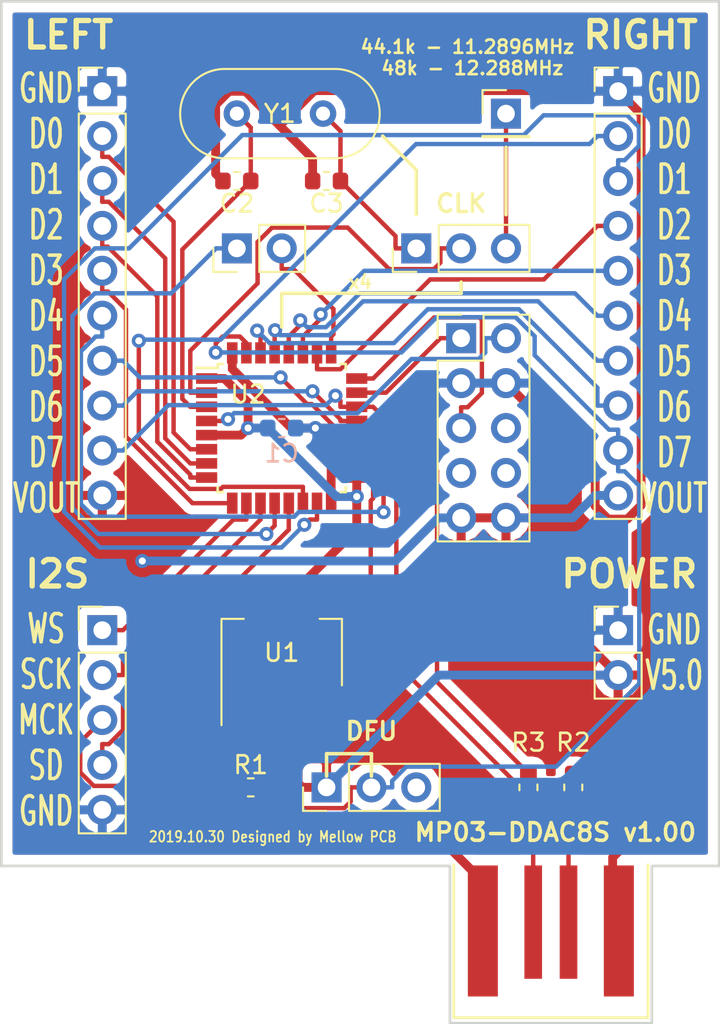
<source format=kicad_pcb>
(kicad_pcb (version 20171130) (host pcbnew "(5.0.1-3-g963ef8bb5)")

  (general
    (thickness 1.6)
    (drawings 31)
    (tracks 375)
    (zones 0)
    (modules 19)
    (nets 35)
  )

  (page A4)
  (layers
    (0 F.Cu signal)
    (31 B.Cu signal)
    (32 B.Adhes user hide)
    (33 F.Adhes user hide)
    (34 B.Paste user hide)
    (35 F.Paste user hide)
    (36 B.SilkS user)
    (37 F.SilkS user)
    (38 B.Mask user)
    (39 F.Mask user)
    (40 Dwgs.User user hide)
    (41 Cmts.User user hide)
    (42 Eco1.User user hide)
    (43 Eco2.User user hide)
    (44 Edge.Cuts user)
    (45 Margin user hide)
    (46 B.CrtYd user hide)
    (47 F.CrtYd user hide)
    (48 B.Fab user hide)
    (49 F.Fab user hide)
  )

  (setup
    (last_trace_width 0.25)
    (trace_clearance 0.15)
    (zone_clearance 0.508)
    (zone_45_only no)
    (trace_min 0.2)
    (segment_width 0.2)
    (edge_width 0.15)
    (via_size 0.8)
    (via_drill 0.4)
    (via_min_size 0.4)
    (via_min_drill 0.3)
    (uvia_size 0.3)
    (uvia_drill 0.1)
    (uvias_allowed no)
    (uvia_min_size 0.2)
    (uvia_min_drill 0.1)
    (pcb_text_width 0.3)
    (pcb_text_size 1.5 1.5)
    (mod_edge_width 0.15)
    (mod_text_size 1 1)
    (mod_text_width 0.15)
    (pad_size 1.524 1.524)
    (pad_drill 0.762)
    (pad_to_mask_clearance 0.051)
    (solder_mask_min_width 0.25)
    (aux_axis_origin 0 0)
    (visible_elements FFFFF77F)
    (pcbplotparams
      (layerselection 0x010f0_ffffffff)
      (usegerberextensions false)
      (usegerberattributes false)
      (usegerberadvancedattributes false)
      (creategerberjobfile false)
      (excludeedgelayer true)
      (linewidth 0.100000)
      (plotframeref false)
      (viasonmask false)
      (mode 1)
      (useauxorigin false)
      (hpglpennumber 1)
      (hpglpenspeed 20)
      (hpglpendiameter 15.000000)
      (psnegative false)
      (psa4output false)
      (plotreference true)
      (plotvalue true)
      (plotinvisibletext false)
      (padsonsilk false)
      (subtractmaskfromsilk false)
      (outputformat 1)
      (mirror false)
      (drillshape 0)
      (scaleselection 1)
      (outputdirectory "out"))
  )

  (net 0 "")
  (net 1 +3V3)
  (net 2 GND)
  (net 3 /PF1)
  (net 4 /OSC)
  (net 5 /D-)
  (net 6 /D+)
  (net 7 +5V)
  (net 8 /SWDIO)
  (net 9 /~RST)
  (net 10 /SWCLK)
  (net 11 /PA0)
  (net 12 /PA1)
  (net 13 /PA2)
  (net 14 /PA3)
  (net 15 /PA9)
  (net 16 /PA10)
  (net 17 /PA11)
  (net 18 /PA12)
  (net 19 /PB8)
  (net 20 /PB7)
  (net 21 /PB6)
  (net 22 /PB5)
  (net 23 /PB4)
  (net 24 /PB3)
  (net 25 /PB1)
  (net 26 /PB0)
  (net 27 /WS)
  (net 28 /CK)
  (net 29 /MC0)
  (net 30 /SD)
  (net 31 /EXT_CLK)
  (net 32 /PF0)
  (net 33 /PA15)
  (net 34 /MCK)

  (net_class Default "This is the default net class."
    (clearance 0.15)
    (trace_width 0.25)
    (via_dia 0.8)
    (via_drill 0.4)
    (uvia_dia 0.3)
    (uvia_drill 0.1)
    (add_net /CK)
    (add_net /D+)
    (add_net /D-)
    (add_net /EXT_CLK)
    (add_net /MC0)
    (add_net /MCK)
    (add_net /OSC)
    (add_net /PA0)
    (add_net /PA1)
    (add_net /PA10)
    (add_net /PA11)
    (add_net /PA12)
    (add_net /PA15)
    (add_net /PA2)
    (add_net /PA3)
    (add_net /PA9)
    (add_net /PB0)
    (add_net /PB1)
    (add_net /PB3)
    (add_net /PB4)
    (add_net /PB5)
    (add_net /PB6)
    (add_net /PB7)
    (add_net /PB8)
    (add_net /PF0)
    (add_net /PF1)
    (add_net /SD)
    (add_net /SWCLK)
    (add_net /SWDIO)
    (add_net /WS)
    (add_net /~RST)
  )

  (net_class Power ""
    (clearance 0.2)
    (trace_width 0.5)
    (via_dia 0.8)
    (via_drill 0.4)
    (uvia_dia 0.3)
    (uvia_drill 0.1)
    (add_net +3V3)
    (add_net +5V)
    (add_net GND)
  )

  (module Capacitor_SMD:C_0603_1608Metric (layer B.Cu) (tedit 5B301BBE) (tstamp 5DC4D829)
    (at 162.56 110.49)
    (descr "Capacitor SMD 0603 (1608 Metric), square (rectangular) end terminal, IPC_7351 nominal, (Body size source: http://www.tortai-tech.com/upload/download/2011102023233369053.pdf), generated with kicad-footprint-generator")
    (tags capacitor)
    (path /5BF7384D)
    (attr smd)
    (fp_text reference C1 (at 0 1.43) (layer B.SilkS)
      (effects (font (size 1 1) (thickness 0.15)) (justify mirror))
    )
    (fp_text value 0.1uF (at 0 -1.43) (layer B.Fab)
      (effects (font (size 1 1) (thickness 0.15)) (justify mirror))
    )
    (fp_line (start -0.8 -0.4) (end -0.8 0.4) (layer B.Fab) (width 0.1))
    (fp_line (start -0.8 0.4) (end 0.8 0.4) (layer B.Fab) (width 0.1))
    (fp_line (start 0.8 0.4) (end 0.8 -0.4) (layer B.Fab) (width 0.1))
    (fp_line (start 0.8 -0.4) (end -0.8 -0.4) (layer B.Fab) (width 0.1))
    (fp_line (start -0.162779 0.51) (end 0.162779 0.51) (layer B.SilkS) (width 0.12))
    (fp_line (start -0.162779 -0.51) (end 0.162779 -0.51) (layer B.SilkS) (width 0.12))
    (fp_line (start -1.48 -0.73) (end -1.48 0.73) (layer B.CrtYd) (width 0.05))
    (fp_line (start -1.48 0.73) (end 1.48 0.73) (layer B.CrtYd) (width 0.05))
    (fp_line (start 1.48 0.73) (end 1.48 -0.73) (layer B.CrtYd) (width 0.05))
    (fp_line (start 1.48 -0.73) (end -1.48 -0.73) (layer B.CrtYd) (width 0.05))
    (fp_text user %R (at 0 0) (layer B.Fab)
      (effects (font (size 0.4 0.4) (thickness 0.06)) (justify mirror))
    )
    (pad 1 smd roundrect (at -0.7875 0) (size 0.875 0.95) (layers B.Cu B.Paste B.Mask) (roundrect_rratio 0.25)
      (net 1 +3V3))
    (pad 2 smd roundrect (at 0.7875 0) (size 0.875 0.95) (layers B.Cu B.Paste B.Mask) (roundrect_rratio 0.25)
      (net 2 GND))
    (model ${KISYS3DMOD}/Capacitor_SMD.3dshapes/C_0603_1608Metric.wrl
      (at (xyz 0 0 0))
      (scale (xyz 1 1 1))
      (rotate (xyz 0 0 0))
    )
  )

  (module Capacitor_SMD:C_0603_1608Metric (layer F.Cu) (tedit 5B301BBE) (tstamp 5DC4ED6F)
    (at 160.02 96.52 180)
    (descr "Capacitor SMD 0603 (1608 Metric), square (rectangular) end terminal, IPC_7351 nominal, (Body size source: http://www.tortai-tech.com/upload/download/2011102023233369053.pdf), generated with kicad-footprint-generator")
    (tags capacitor)
    (path /5DBB2552)
    (attr smd)
    (fp_text reference C2 (at 0 -1.27 180) (layer F.SilkS)
      (effects (font (size 1 1) (thickness 0.15)))
    )
    (fp_text value 12pF (at 0 1.43 180) (layer F.Fab)
      (effects (font (size 1 1) (thickness 0.15)))
    )
    (fp_text user %R (at 0 0 180) (layer F.Fab)
      (effects (font (size 0.4 0.4) (thickness 0.06)))
    )
    (fp_line (start 1.48 0.73) (end -1.48 0.73) (layer F.CrtYd) (width 0.05))
    (fp_line (start 1.48 -0.73) (end 1.48 0.73) (layer F.CrtYd) (width 0.05))
    (fp_line (start -1.48 -0.73) (end 1.48 -0.73) (layer F.CrtYd) (width 0.05))
    (fp_line (start -1.48 0.73) (end -1.48 -0.73) (layer F.CrtYd) (width 0.05))
    (fp_line (start -0.162779 0.51) (end 0.162779 0.51) (layer F.SilkS) (width 0.12))
    (fp_line (start -0.162779 -0.51) (end 0.162779 -0.51) (layer F.SilkS) (width 0.12))
    (fp_line (start 0.8 0.4) (end -0.8 0.4) (layer F.Fab) (width 0.1))
    (fp_line (start 0.8 -0.4) (end 0.8 0.4) (layer F.Fab) (width 0.1))
    (fp_line (start -0.8 -0.4) (end 0.8 -0.4) (layer F.Fab) (width 0.1))
    (fp_line (start -0.8 0.4) (end -0.8 -0.4) (layer F.Fab) (width 0.1))
    (pad 2 smd roundrect (at 0.7875 0 180) (size 0.875 0.95) (layers F.Cu F.Paste F.Mask) (roundrect_rratio 0.25)
      (net 2 GND))
    (pad 1 smd roundrect (at -0.7875 0 180) (size 0.875 0.95) (layers F.Cu F.Paste F.Mask) (roundrect_rratio 0.25)
      (net 3 /PF1))
    (model ${KISYS3DMOD}/Capacitor_SMD.3dshapes/C_0603_1608Metric.wrl
      (at (xyz 0 0 0))
      (scale (xyz 1 1 1))
      (rotate (xyz 0 0 0))
    )
  )

  (module Capacitor_SMD:C_0603_1608Metric (layer F.Cu) (tedit 5B301BBE) (tstamp 5DC4EDC0)
    (at 165.1 96.52 180)
    (descr "Capacitor SMD 0603 (1608 Metric), square (rectangular) end terminal, IPC_7351 nominal, (Body size source: http://www.tortai-tech.com/upload/download/2011102023233369053.pdf), generated with kicad-footprint-generator")
    (tags capacitor)
    (path /5DBB25C4)
    (attr smd)
    (fp_text reference C3 (at 0 -1.27 180) (layer F.SilkS)
      (effects (font (size 1 1) (thickness 0.15)))
    )
    (fp_text value 12pF (at 0 1.43 180) (layer F.Fab)
      (effects (font (size 1 1) (thickness 0.15)))
    )
    (fp_line (start -0.8 0.4) (end -0.8 -0.4) (layer F.Fab) (width 0.1))
    (fp_line (start -0.8 -0.4) (end 0.8 -0.4) (layer F.Fab) (width 0.1))
    (fp_line (start 0.8 -0.4) (end 0.8 0.4) (layer F.Fab) (width 0.1))
    (fp_line (start 0.8 0.4) (end -0.8 0.4) (layer F.Fab) (width 0.1))
    (fp_line (start -0.162779 -0.51) (end 0.162779 -0.51) (layer F.SilkS) (width 0.12))
    (fp_line (start -0.162779 0.51) (end 0.162779 0.51) (layer F.SilkS) (width 0.12))
    (fp_line (start -1.48 0.73) (end -1.48 -0.73) (layer F.CrtYd) (width 0.05))
    (fp_line (start -1.48 -0.73) (end 1.48 -0.73) (layer F.CrtYd) (width 0.05))
    (fp_line (start 1.48 -0.73) (end 1.48 0.73) (layer F.CrtYd) (width 0.05))
    (fp_line (start 1.48 0.73) (end -1.48 0.73) (layer F.CrtYd) (width 0.05))
    (fp_text user %R (at 0 0 180) (layer F.Fab)
      (effects (font (size 0.4 0.4) (thickness 0.06)))
    )
    (pad 1 smd roundrect (at -0.7875 0 180) (size 0.875 0.95) (layers F.Cu F.Paste F.Mask) (roundrect_rratio 0.25)
      (net 4 /OSC))
    (pad 2 smd roundrect (at 0.7875 0 180) (size 0.875 0.95) (layers F.Cu F.Paste F.Mask) (roundrect_rratio 0.25)
      (net 2 GND))
    (model ${KISYS3DMOD}/Capacitor_SMD.3dshapes/C_0603_1608Metric.wrl
      (at (xyz 0 0 0))
      (scale (xyz 1 1 1))
      (rotate (xyz 0 0 0))
    )
  )

  (module mei:USB_TypeA_Edge (layer F.Cu) (tedit 5DB8628D) (tstamp 5DC4D13E)
    (at 177.8 138.43)
    (path /5BF6576B)
    (fp_text reference J1 (at 0 4.4) (layer F.SilkS) hide
      (effects (font (size 1 1) (thickness 0.15)))
    )
    (fp_text value USB_A (at 0 -5) (layer F.Fab)
      (effects (font (size 1 1) (thickness 0.15)))
    )
    (fp_line (start 5.5 -3.25) (end 5.5 5) (layer F.SilkS) (width 0.15))
    (fp_line (start -5.5 -3.25) (end -5.5 5) (layer F.SilkS) (width 0.15))
    (fp_line (start 5.5 5.05) (end 5.5 5.4) (layer F.SilkS) (width 0.15))
    (fp_line (start -5.5 5.05) (end -5.5 5.4) (layer F.SilkS) (width 0.15))
    (fp_line (start -5.5 5.4) (end 5.5 5.4) (layer F.SilkS) (width 0.15))
    (pad 2 smd rect (at 1 0) (size 1 6.41) (layers F.Cu F.Paste F.Mask)
      (net 5 /D-))
    (pad 3 smd rect (at -1 0) (size 1 6.41) (layers F.Cu F.Paste F.Mask)
      (net 6 /D+))
    (pad 1 smd rect (at 3.5 0) (size 1.7 7.41) (drill (offset 0.35 0.5)) (layers F.Cu F.Paste F.Mask)
      (net 7 +5V))
    (pad 4 smd rect (at -3.5 0) (size 1.7 7.41) (drill (offset -0.35 0.5)) (layers F.Cu F.Paste F.Mask)
      (net 2 GND))
    (pad 5 smd rect (at -3.75 -1.25) (size 1 1) (layers F.Cu F.Paste F.Mask)
      (net 2 GND))
  )

  (module Connector_PinHeader_2.54mm:PinHeader_2x05_P2.54mm_Vertical (layer F.Cu) (tedit 5DB85F14) (tstamp 5DC4D15E)
    (at 172.72 105.41)
    (descr "Through hole straight pin header, 2x05, 2.54mm pitch, double rows")
    (tags "Through hole pin header THT 2x05 2.54mm double row")
    (path /5DB88DD2)
    (fp_text reference J2 (at 1.27 -2.33) (layer F.SilkS) hide
      (effects (font (size 1 1) (thickness 0.15)))
    )
    (fp_text value SWD (at 1.27 12.49) (layer F.Fab)
      (effects (font (size 1 1) (thickness 0.15)))
    )
    (fp_line (start 0 -1.27) (end 3.81 -1.27) (layer F.Fab) (width 0.1))
    (fp_line (start 3.81 -1.27) (end 3.81 11.43) (layer F.Fab) (width 0.1))
    (fp_line (start 3.81 11.43) (end -1.27 11.43) (layer F.Fab) (width 0.1))
    (fp_line (start -1.27 11.43) (end -1.27 0) (layer F.Fab) (width 0.1))
    (fp_line (start -1.27 0) (end 0 -1.27) (layer F.Fab) (width 0.1))
    (fp_line (start -1.33 11.49) (end 3.87 11.49) (layer F.SilkS) (width 0.12))
    (fp_line (start -1.33 1.27) (end -1.33 11.49) (layer F.SilkS) (width 0.12))
    (fp_line (start 3.87 -1.33) (end 3.87 11.49) (layer F.SilkS) (width 0.12))
    (fp_line (start -1.33 1.27) (end 1.27 1.27) (layer F.SilkS) (width 0.12))
    (fp_line (start 1.27 1.27) (end 1.27 -1.33) (layer F.SilkS) (width 0.12))
    (fp_line (start 1.27 -1.33) (end 3.87 -1.33) (layer F.SilkS) (width 0.12))
    (fp_line (start -1.33 0) (end -1.33 -1.33) (layer F.SilkS) (width 0.12))
    (fp_line (start -1.33 -1.33) (end 0 -1.33) (layer F.SilkS) (width 0.12))
    (fp_line (start -1.8 -1.8) (end -1.8 11.95) (layer F.CrtYd) (width 0.05))
    (fp_line (start -1.8 11.95) (end 4.35 11.95) (layer F.CrtYd) (width 0.05))
    (fp_line (start 4.35 11.95) (end 4.35 -1.8) (layer F.CrtYd) (width 0.05))
    (fp_line (start 4.35 -1.8) (end -1.8 -1.8) (layer F.CrtYd) (width 0.05))
    (fp_text user %R (at 1.27 5.08 90) (layer F.Fab)
      (effects (font (size 1 1) (thickness 0.15)))
    )
    (pad 1 thru_hole rect (at 0 0) (size 1.7 1.7) (drill 1) (layers *.Cu *.Mask)
      (net 8 /SWDIO))
    (pad 2 thru_hole oval (at 2.54 0) (size 1.7 1.7) (drill 1) (layers *.Cu *.Mask)
      (net 9 /~RST))
    (pad 3 thru_hole oval (at 0 2.54) (size 1.7 1.7) (drill 1) (layers *.Cu *.Mask)
      (net 2 GND))
    (pad 4 thru_hole oval (at 2.54 2.54) (size 1.7 1.7) (drill 1) (layers *.Cu *.Mask)
      (net 2 GND))
    (pad 5 thru_hole oval (at 0 5.08) (size 1.7 1.7) (drill 1) (layers *.Cu *.Mask)
      (net 10 /SWCLK))
    (pad 6 thru_hole oval (at 2.54 5.08) (size 1.7 1.7) (drill 1) (layers *.Cu *.Mask))
    (pad 7 thru_hole oval (at 0 7.62) (size 1.7 1.7) (drill 1) (layers *.Cu *.Mask))
    (pad 8 thru_hole oval (at 2.54 7.62) (size 1.7 1.7) (drill 1) (layers *.Cu *.Mask))
    (pad 9 thru_hole oval (at 0 10.16) (size 1.7 1.7) (drill 1) (layers *.Cu *.Mask)
      (net 7 +5V))
    (pad 10 thru_hole oval (at 2.54 10.16) (size 1.7 1.7) (drill 1) (layers *.Cu *.Mask)
      (net 7 +5V))
  )

  (module Connector_PinHeader_2.54mm:PinHeader_1x10_P2.54mm_Vertical (layer F.Cu) (tedit 5DB85C96) (tstamp 5DC4EE38)
    (at 152.4 91.44)
    (descr "Through hole straight pin header, 1x10, 2.54mm pitch, single row")
    (tags "Through hole pin header THT 1x10 2.54mm single row")
    (path /5DB8141F)
    (fp_text reference J3 (at 0 -2.33) (layer F.SilkS) hide
      (effects (font (size 1 1) (thickness 0.15)))
    )
    (fp_text value LEFT (at 0 25.19) (layer F.Fab)
      (effects (font (size 1 1) (thickness 0.15)))
    )
    (fp_line (start -0.635 -1.27) (end 1.27 -1.27) (layer F.Fab) (width 0.1))
    (fp_line (start 1.27 -1.27) (end 1.27 24.13) (layer F.Fab) (width 0.1))
    (fp_line (start 1.27 24.13) (end -1.27 24.13) (layer F.Fab) (width 0.1))
    (fp_line (start -1.27 24.13) (end -1.27 -0.635) (layer F.Fab) (width 0.1))
    (fp_line (start -1.27 -0.635) (end -0.635 -1.27) (layer F.Fab) (width 0.1))
    (fp_line (start -1.33 24.19) (end 1.33 24.19) (layer F.SilkS) (width 0.12))
    (fp_line (start -1.33 1.27) (end -1.33 24.19) (layer F.SilkS) (width 0.12))
    (fp_line (start 1.33 1.27) (end 1.33 24.19) (layer F.SilkS) (width 0.12))
    (fp_line (start -1.33 1.27) (end 1.33 1.27) (layer F.SilkS) (width 0.12))
    (fp_line (start -1.33 0) (end -1.33 -1.33) (layer F.SilkS) (width 0.12))
    (fp_line (start -1.33 -1.33) (end 0 -1.33) (layer F.SilkS) (width 0.12))
    (fp_line (start -1.8 -1.8) (end -1.8 24.65) (layer F.CrtYd) (width 0.05))
    (fp_line (start -1.8 24.65) (end 1.8 24.65) (layer F.CrtYd) (width 0.05))
    (fp_line (start 1.8 24.65) (end 1.8 -1.8) (layer F.CrtYd) (width 0.05))
    (fp_line (start 1.8 -1.8) (end -1.8 -1.8) (layer F.CrtYd) (width 0.05))
    (fp_text user %R (at 0 11.43 90) (layer F.Fab)
      (effects (font (size 1 1) (thickness 0.15)))
    )
    (pad 1 thru_hole rect (at 0 0) (size 1.7 1.7) (drill 1) (layers *.Cu *.Mask)
      (net 2 GND))
    (pad 2 thru_hole oval (at 0 2.54) (size 1.7 1.7) (drill 1) (layers *.Cu *.Mask)
      (net 11 /PA0))
    (pad 3 thru_hole oval (at 0 5.08) (size 1.7 1.7) (drill 1) (layers *.Cu *.Mask)
      (net 12 /PA1))
    (pad 4 thru_hole oval (at 0 7.62) (size 1.7 1.7) (drill 1) (layers *.Cu *.Mask)
      (net 13 /PA2))
    (pad 5 thru_hole oval (at 0 10.16) (size 1.7 1.7) (drill 1) (layers *.Cu *.Mask)
      (net 14 /PA3))
    (pad 6 thru_hole oval (at 0 12.7) (size 1.7 1.7) (drill 1) (layers *.Cu *.Mask)
      (net 15 /PA9))
    (pad 7 thru_hole oval (at 0 15.24) (size 1.7 1.7) (drill 1) (layers *.Cu *.Mask)
      (net 16 /PA10))
    (pad 8 thru_hole oval (at 0 17.78) (size 1.7 1.7) (drill 1) (layers *.Cu *.Mask)
      (net 17 /PA11))
    (pad 9 thru_hole oval (at 0 20.32) (size 1.7 1.7) (drill 1) (layers *.Cu *.Mask)
      (net 18 /PA12))
    (pad 10 thru_hole oval (at 0 22.86) (size 1.7 1.7) (drill 1) (layers *.Cu *.Mask)
      (net 7 +5V))
    (model ${KISYS3DMOD}/Connector_PinHeader_2.54mm.3dshapes/PinHeader_1x10_P2.54mm_Vertical.wrl
      (at (xyz 0 0 0))
      (scale (xyz 1 1 1))
      (rotate (xyz 0 0 0))
    )
  )

  (module Connector_PinHeader_2.54mm:PinHeader_1x10_P2.54mm_Vertical (layer F.Cu) (tedit 5DB85C9B) (tstamp 5DC4EB2F)
    (at 181.61 91.44)
    (descr "Through hole straight pin header, 1x10, 2.54mm pitch, single row")
    (tags "Through hole pin header THT 1x10 2.54mm single row")
    (path /5DB8261F)
    (fp_text reference J4 (at 0 -2.33) (layer F.SilkS) hide
      (effects (font (size 1 1) (thickness 0.15)))
    )
    (fp_text value RIGHT (at 0 25.19) (layer F.Fab)
      (effects (font (size 1 1) (thickness 0.15)))
    )
    (fp_text user %R (at 0 11.43 90) (layer F.Fab)
      (effects (font (size 1 1) (thickness 0.15)))
    )
    (fp_line (start 1.8 -1.8) (end -1.8 -1.8) (layer F.CrtYd) (width 0.05))
    (fp_line (start 1.8 24.65) (end 1.8 -1.8) (layer F.CrtYd) (width 0.05))
    (fp_line (start -1.8 24.65) (end 1.8 24.65) (layer F.CrtYd) (width 0.05))
    (fp_line (start -1.8 -1.8) (end -1.8 24.65) (layer F.CrtYd) (width 0.05))
    (fp_line (start -1.33 -1.33) (end 0 -1.33) (layer F.SilkS) (width 0.12))
    (fp_line (start -1.33 0) (end -1.33 -1.33) (layer F.SilkS) (width 0.12))
    (fp_line (start -1.33 1.27) (end 1.33 1.27) (layer F.SilkS) (width 0.12))
    (fp_line (start 1.33 1.27) (end 1.33 24.19) (layer F.SilkS) (width 0.12))
    (fp_line (start -1.33 1.27) (end -1.33 24.19) (layer F.SilkS) (width 0.12))
    (fp_line (start -1.33 24.19) (end 1.33 24.19) (layer F.SilkS) (width 0.12))
    (fp_line (start -1.27 -0.635) (end -0.635 -1.27) (layer F.Fab) (width 0.1))
    (fp_line (start -1.27 24.13) (end -1.27 -0.635) (layer F.Fab) (width 0.1))
    (fp_line (start 1.27 24.13) (end -1.27 24.13) (layer F.Fab) (width 0.1))
    (fp_line (start 1.27 -1.27) (end 1.27 24.13) (layer F.Fab) (width 0.1))
    (fp_line (start -0.635 -1.27) (end 1.27 -1.27) (layer F.Fab) (width 0.1))
    (pad 10 thru_hole oval (at 0 22.86) (size 1.7 1.7) (drill 1) (layers *.Cu *.Mask)
      (net 7 +5V))
    (pad 9 thru_hole oval (at 0 20.32) (size 1.7 1.7) (drill 1) (layers *.Cu *.Mask)
      (net 19 /PB8))
    (pad 8 thru_hole oval (at 0 17.78) (size 1.7 1.7) (drill 1) (layers *.Cu *.Mask)
      (net 20 /PB7))
    (pad 7 thru_hole oval (at 0 15.24) (size 1.7 1.7) (drill 1) (layers *.Cu *.Mask)
      (net 21 /PB6))
    (pad 6 thru_hole oval (at 0 12.7) (size 1.7 1.7) (drill 1) (layers *.Cu *.Mask)
      (net 22 /PB5))
    (pad 5 thru_hole oval (at 0 10.16) (size 1.7 1.7) (drill 1) (layers *.Cu *.Mask)
      (net 23 /PB4))
    (pad 4 thru_hole oval (at 0 7.62) (size 1.7 1.7) (drill 1) (layers *.Cu *.Mask)
      (net 24 /PB3))
    (pad 3 thru_hole oval (at 0 5.08) (size 1.7 1.7) (drill 1) (layers *.Cu *.Mask)
      (net 25 /PB1))
    (pad 2 thru_hole oval (at 0 2.54) (size 1.7 1.7) (drill 1) (layers *.Cu *.Mask)
      (net 26 /PB0))
    (pad 1 thru_hole rect (at 0 0) (size 1.7 1.7) (drill 1) (layers *.Cu *.Mask)
      (net 2 GND))
    (model ${KISYS3DMOD}/Connector_PinHeader_2.54mm.3dshapes/PinHeader_1x10_P2.54mm_Vertical.wrl
      (at (xyz 0 0 0))
      (scale (xyz 1 1 1))
      (rotate (xyz 0 0 0))
    )
  )

  (module Connector_PinHeader_2.54mm:PinHeader_1x02_P2.54mm_Vertical (layer F.Cu) (tedit 5DB85D3F) (tstamp 5DC4D1B0)
    (at 181.61 121.92)
    (descr "Through hole straight pin header, 1x02, 2.54mm pitch, single row")
    (tags "Through hole pin header THT 1x02 2.54mm single row")
    (path /5DB83E14)
    (fp_text reference J5 (at 0 -2.33) (layer F.SilkS) hide
      (effects (font (size 1 1) (thickness 0.15)))
    )
    (fp_text value POWER (at 0 4.87) (layer F.Fab)
      (effects (font (size 1 1) (thickness 0.15)))
    )
    (fp_line (start -0.635 -1.27) (end 1.27 -1.27) (layer F.Fab) (width 0.1))
    (fp_line (start 1.27 -1.27) (end 1.27 3.81) (layer F.Fab) (width 0.1))
    (fp_line (start 1.27 3.81) (end -1.27 3.81) (layer F.Fab) (width 0.1))
    (fp_line (start -1.27 3.81) (end -1.27 -0.635) (layer F.Fab) (width 0.1))
    (fp_line (start -1.27 -0.635) (end -0.635 -1.27) (layer F.Fab) (width 0.1))
    (fp_line (start -1.33 3.87) (end 1.33 3.87) (layer F.SilkS) (width 0.12))
    (fp_line (start -1.33 1.27) (end -1.33 3.87) (layer F.SilkS) (width 0.12))
    (fp_line (start 1.33 1.27) (end 1.33 3.87) (layer F.SilkS) (width 0.12))
    (fp_line (start -1.33 1.27) (end 1.33 1.27) (layer F.SilkS) (width 0.12))
    (fp_line (start -1.33 0) (end -1.33 -1.33) (layer F.SilkS) (width 0.12))
    (fp_line (start -1.33 -1.33) (end 0 -1.33) (layer F.SilkS) (width 0.12))
    (fp_line (start -1.8 -1.8) (end -1.8 4.35) (layer F.CrtYd) (width 0.05))
    (fp_line (start -1.8 4.35) (end 1.8 4.35) (layer F.CrtYd) (width 0.05))
    (fp_line (start 1.8 4.35) (end 1.8 -1.8) (layer F.CrtYd) (width 0.05))
    (fp_line (start 1.8 -1.8) (end -1.8 -1.8) (layer F.CrtYd) (width 0.05))
    (fp_text user %R (at 0 1.27 90) (layer F.Fab)
      (effects (font (size 1 1) (thickness 0.15)))
    )
    (pad 1 thru_hole rect (at 0 0) (size 1.7 1.7) (drill 1) (layers *.Cu *.Mask)
      (net 2 GND))
    (pad 2 thru_hole oval (at 0 2.54) (size 1.7 1.7) (drill 1) (layers *.Cu *.Mask)
      (net 7 +5V))
  )

  (module Connector_PinHeader_2.54mm:PinHeader_1x03_P2.54mm_Vertical (layer F.Cu) (tedit 5DB860E6) (tstamp 5DC4D1C7)
    (at 165.1 130.81 90)
    (descr "Through hole straight pin header, 1x03, 2.54mm pitch, single row")
    (tags "Through hole pin header THT 1x03 2.54mm single row")
    (path /5DB858CB)
    (fp_text reference J6 (at 0 -2.33 90) (layer F.SilkS) hide
      (effects (font (size 1 1) (thickness 0.15)))
    )
    (fp_text value DFU (at 0 7.41 90) (layer F.Fab)
      (effects (font (size 1 1) (thickness 0.15)))
    )
    (fp_line (start -0.635 -1.27) (end 1.27 -1.27) (layer F.Fab) (width 0.1))
    (fp_line (start 1.27 -1.27) (end 1.27 6.35) (layer F.Fab) (width 0.1))
    (fp_line (start 1.27 6.35) (end -1.27 6.35) (layer F.Fab) (width 0.1))
    (fp_line (start -1.27 6.35) (end -1.27 -0.635) (layer F.Fab) (width 0.1))
    (fp_line (start -1.27 -0.635) (end -0.635 -1.27) (layer F.Fab) (width 0.1))
    (fp_line (start -1.33 6.41) (end 1.33 6.41) (layer F.SilkS) (width 0.12))
    (fp_line (start -1.33 1.27) (end -1.33 6.41) (layer F.SilkS) (width 0.12))
    (fp_line (start 1.33 1.27) (end 1.33 6.41) (layer F.SilkS) (width 0.12))
    (fp_line (start -1.33 1.27) (end 1.33 1.27) (layer F.SilkS) (width 0.12))
    (fp_line (start -1.33 0) (end -1.33 -1.33) (layer F.SilkS) (width 0.12))
    (fp_line (start -1.33 -1.33) (end 0 -1.33) (layer F.SilkS) (width 0.12))
    (fp_line (start -1.8 -1.8) (end -1.8 6.85) (layer F.CrtYd) (width 0.05))
    (fp_line (start -1.8 6.85) (end 1.8 6.85) (layer F.CrtYd) (width 0.05))
    (fp_line (start 1.8 6.85) (end 1.8 -1.8) (layer F.CrtYd) (width 0.05))
    (fp_line (start 1.8 -1.8) (end -1.8 -1.8) (layer F.CrtYd) (width 0.05))
    (fp_text user %R (at 0 2.54 180) (layer F.Fab)
      (effects (font (size 1 1) (thickness 0.15)))
    )
    (pad 1 thru_hole rect (at 0 0 90) (size 1.7 1.7) (drill 1) (layers *.Cu *.Mask)
      (net 7 +5V))
    (pad 2 thru_hole oval (at 0 2.54 90) (size 1.7 1.7) (drill 1) (layers *.Cu *.Mask)
      (net 19 /PB8))
    (pad 3 thru_hole oval (at 0 5.08 90) (size 1.7 1.7) (drill 1) (layers *.Cu *.Mask))
    (model ${KISYS3DMOD}/Connector_PinHeader_2.54mm.3dshapes/PinHeader_1x03_P2.54mm_Vertical.wrl
      (at (xyz 0 0 0))
      (scale (xyz 1 1 1))
      (rotate (xyz 0 0 0))
    )
  )

  (module Connector_PinHeader_2.54mm:PinHeader_1x05_P2.54mm_Vertical (layer F.Cu) (tedit 5DB85D82) (tstamp 5DC4D1E0)
    (at 152.4 121.92)
    (descr "Through hole straight pin header, 1x05, 2.54mm pitch, single row")
    (tags "Through hole pin header THT 1x05 2.54mm single row")
    (path /5DB9F53B)
    (fp_text reference J7 (at 0 -2.33) (layer F.SilkS) hide
      (effects (font (size 1 1) (thickness 0.15)))
    )
    (fp_text value I2S (at 0 12.49) (layer F.Fab)
      (effects (font (size 1 1) (thickness 0.15)))
    )
    (fp_line (start -0.635 -1.27) (end 1.27 -1.27) (layer F.Fab) (width 0.1))
    (fp_line (start 1.27 -1.27) (end 1.27 11.43) (layer F.Fab) (width 0.1))
    (fp_line (start 1.27 11.43) (end -1.27 11.43) (layer F.Fab) (width 0.1))
    (fp_line (start -1.27 11.43) (end -1.27 -0.635) (layer F.Fab) (width 0.1))
    (fp_line (start -1.27 -0.635) (end -0.635 -1.27) (layer F.Fab) (width 0.1))
    (fp_line (start -1.33 11.49) (end 1.33 11.49) (layer F.SilkS) (width 0.12))
    (fp_line (start -1.33 1.27) (end -1.33 11.49) (layer F.SilkS) (width 0.12))
    (fp_line (start 1.33 1.27) (end 1.33 11.49) (layer F.SilkS) (width 0.12))
    (fp_line (start -1.33 1.27) (end 1.33 1.27) (layer F.SilkS) (width 0.12))
    (fp_line (start -1.33 0) (end -1.33 -1.33) (layer F.SilkS) (width 0.12))
    (fp_line (start -1.33 -1.33) (end 0 -1.33) (layer F.SilkS) (width 0.12))
    (fp_line (start -1.8 -1.8) (end -1.8 11.95) (layer F.CrtYd) (width 0.05))
    (fp_line (start -1.8 11.95) (end 1.8 11.95) (layer F.CrtYd) (width 0.05))
    (fp_line (start 1.8 11.95) (end 1.8 -1.8) (layer F.CrtYd) (width 0.05))
    (fp_line (start 1.8 -1.8) (end -1.8 -1.8) (layer F.CrtYd) (width 0.05))
    (fp_text user %R (at 0 5.08 90) (layer F.Fab)
      (effects (font (size 1 1) (thickness 0.15)))
    )
    (pad 1 thru_hole rect (at 0 0) (size 1.7 1.7) (drill 1) (layers *.Cu *.Mask)
      (net 27 /WS))
    (pad 2 thru_hole oval (at 0 2.54) (size 1.7 1.7) (drill 1) (layers *.Cu *.Mask)
      (net 28 /CK))
    (pad 3 thru_hole oval (at 0 5.08) (size 1.7 1.7) (drill 1) (layers *.Cu *.Mask)
      (net 29 /MC0))
    (pad 4 thru_hole oval (at 0 7.62) (size 1.7 1.7) (drill 1) (layers *.Cu *.Mask)
      (net 30 /SD))
    (pad 5 thru_hole oval (at 0 10.16) (size 1.7 1.7) (drill 1) (layers *.Cu *.Mask)
      (net 2 GND))
    (model ${KISYS3DMOD}/Connector_PinHeader_2.54mm.3dshapes/PinHeader_1x05_P2.54mm_Vertical.wrl
      (at (xyz 0 0 0))
      (scale (xyz 1 1 1))
      (rotate (xyz 0 0 0))
    )
  )

  (module Connector_PinHeader_2.54mm:PinHeader_1x01_P2.54mm_Vertical (layer F.Cu) (tedit 5DB85E6C) (tstamp 5DC4D1F5)
    (at 175.26 92.71)
    (descr "Through hole straight pin header, 1x01, 2.54mm pitch, single row")
    (tags "Through hole pin header THT 1x01 2.54mm single row")
    (path /5DBA98CF)
    (fp_text reference J8 (at 0 -2.33) (layer F.SilkS) hide
      (effects (font (size 1 1) (thickness 0.15)))
    )
    (fp_text value MCK (at 0 2.33) (layer F.Fab)
      (effects (font (size 1 1) (thickness 0.15)))
    )
    (fp_line (start -0.635 -1.27) (end 1.27 -1.27) (layer F.Fab) (width 0.1))
    (fp_line (start 1.27 -1.27) (end 1.27 1.27) (layer F.Fab) (width 0.1))
    (fp_line (start 1.27 1.27) (end -1.27 1.27) (layer F.Fab) (width 0.1))
    (fp_line (start -1.27 1.27) (end -1.27 -0.635) (layer F.Fab) (width 0.1))
    (fp_line (start -1.27 -0.635) (end -0.635 -1.27) (layer F.Fab) (width 0.1))
    (fp_line (start -1.33 1.33) (end 1.33 1.33) (layer F.SilkS) (width 0.12))
    (fp_line (start -1.33 1.27) (end -1.33 1.33) (layer F.SilkS) (width 0.12))
    (fp_line (start 1.33 1.27) (end 1.33 1.33) (layer F.SilkS) (width 0.12))
    (fp_line (start -1.33 1.27) (end 1.33 1.27) (layer F.SilkS) (width 0.12))
    (fp_line (start -1.33 0) (end -1.33 -1.33) (layer F.SilkS) (width 0.12))
    (fp_line (start -1.33 -1.33) (end 0 -1.33) (layer F.SilkS) (width 0.12))
    (fp_line (start -1.8 -1.8) (end -1.8 1.8) (layer F.CrtYd) (width 0.05))
    (fp_line (start -1.8 1.8) (end 1.8 1.8) (layer F.CrtYd) (width 0.05))
    (fp_line (start 1.8 1.8) (end 1.8 -1.8) (layer F.CrtYd) (width 0.05))
    (fp_line (start 1.8 -1.8) (end -1.8 -1.8) (layer F.CrtYd) (width 0.05))
    (fp_text user %R (at 0 0 90) (layer F.Fab)
      (effects (font (size 1 1) (thickness 0.15)))
    )
    (pad 1 thru_hole rect (at 0 0) (size 1.7 1.7) (drill 1) (layers *.Cu *.Mask)
      (net 31 /EXT_CLK))
    (model ${KISYS3DMOD}/Connector_PinHeader_2.54mm.3dshapes/PinHeader_1x01_P2.54mm_Vertical.wrl
      (at (xyz 0 0 0))
      (scale (xyz 1 1 1))
      (rotate (xyz 0 0 0))
    )
  )

  (module Connector_PinHeader_2.54mm:PinHeader_1x03_P2.54mm_Vertical (layer F.Cu) (tedit 5DB85EFC) (tstamp 5DC4EBAC)
    (at 170.18 100.33 90)
    (descr "Through hole straight pin header, 1x03, 2.54mm pitch, single row")
    (tags "Through hole pin header THT 1x03 2.54mm single row")
    (path /5DBA6D61)
    (fp_text reference J9 (at 0 -2.33 90) (layer F.SilkS) hide
      (effects (font (size 1 1) (thickness 0.15)))
    )
    (fp_text value CLOCK (at 0 7.41 90) (layer F.Fab)
      (effects (font (size 1 1) (thickness 0.15)))
    )
    (fp_text user %R (at 0 2.54 180) (layer F.Fab)
      (effects (font (size 1 1) (thickness 0.15)))
    )
    (fp_line (start 1.8 -1.8) (end -1.8 -1.8) (layer F.CrtYd) (width 0.05))
    (fp_line (start 1.8 6.85) (end 1.8 -1.8) (layer F.CrtYd) (width 0.05))
    (fp_line (start -1.8 6.85) (end 1.8 6.85) (layer F.CrtYd) (width 0.05))
    (fp_line (start -1.8 -1.8) (end -1.8 6.85) (layer F.CrtYd) (width 0.05))
    (fp_line (start -1.33 -1.33) (end 0 -1.33) (layer F.SilkS) (width 0.12))
    (fp_line (start -1.33 0) (end -1.33 -1.33) (layer F.SilkS) (width 0.12))
    (fp_line (start -1.33 1.27) (end 1.33 1.27) (layer F.SilkS) (width 0.12))
    (fp_line (start 1.33 1.27) (end 1.33 6.41) (layer F.SilkS) (width 0.12))
    (fp_line (start -1.33 1.27) (end -1.33 6.41) (layer F.SilkS) (width 0.12))
    (fp_line (start -1.33 6.41) (end 1.33 6.41) (layer F.SilkS) (width 0.12))
    (fp_line (start -1.27 -0.635) (end -0.635 -1.27) (layer F.Fab) (width 0.1))
    (fp_line (start -1.27 6.35) (end -1.27 -0.635) (layer F.Fab) (width 0.1))
    (fp_line (start 1.27 6.35) (end -1.27 6.35) (layer F.Fab) (width 0.1))
    (fp_line (start 1.27 -1.27) (end 1.27 6.35) (layer F.Fab) (width 0.1))
    (fp_line (start -0.635 -1.27) (end 1.27 -1.27) (layer F.Fab) (width 0.1))
    (pad 3 thru_hole oval (at 0 5.08 90) (size 1.7 1.7) (drill 1) (layers *.Cu *.Mask)
      (net 31 /EXT_CLK))
    (pad 2 thru_hole oval (at 0 2.54 90) (size 1.7 1.7) (drill 1) (layers *.Cu *.Mask)
      (net 32 /PF0))
    (pad 1 thru_hole rect (at 0 0 90) (size 1.7 1.7) (drill 1) (layers *.Cu *.Mask)
      (net 4 /OSC))
    (model ${KISYS3DMOD}/Connector_PinHeader_2.54mm.3dshapes/PinHeader_1x03_P2.54mm_Vertical.wrl
      (at (xyz 0 0 0))
      (scale (xyz 1 1 1))
      (rotate (xyz 0 0 0))
    )
  )

  (module Connector_PinHeader_2.54mm:PinHeader_1x02_P2.54mm_Vertical (layer F.Cu) (tedit 5DB85E49) (tstamp 5DC4D222)
    (at 160.02 100.33 90)
    (descr "Through hole straight pin header, 1x02, 2.54mm pitch, single row")
    (tags "Through hole pin header THT 1x02 2.54mm single row")
    (path /5DBB2A7A)
    (fp_text reference J10 (at 0 -2.33 90) (layer F.SilkS) hide
      (effects (font (size 1 1) (thickness 0.15)))
    )
    (fp_text value NA (at 0 4.87 90) (layer F.Fab)
      (effects (font (size 1 1) (thickness 0.15)))
    )
    (fp_text user %R (at 0 1.27 180) (layer F.Fab)
      (effects (font (size 1 1) (thickness 0.15)))
    )
    (fp_line (start 1.8 -1.8) (end -1.8 -1.8) (layer F.CrtYd) (width 0.05))
    (fp_line (start 1.8 4.35) (end 1.8 -1.8) (layer F.CrtYd) (width 0.05))
    (fp_line (start -1.8 4.35) (end 1.8 4.35) (layer F.CrtYd) (width 0.05))
    (fp_line (start -1.8 -1.8) (end -1.8 4.35) (layer F.CrtYd) (width 0.05))
    (fp_line (start -1.33 -1.33) (end 0 -1.33) (layer F.SilkS) (width 0.12))
    (fp_line (start -1.33 0) (end -1.33 -1.33) (layer F.SilkS) (width 0.12))
    (fp_line (start -1.33 1.27) (end 1.33 1.27) (layer F.SilkS) (width 0.12))
    (fp_line (start 1.33 1.27) (end 1.33 3.87) (layer F.SilkS) (width 0.12))
    (fp_line (start -1.33 1.27) (end -1.33 3.87) (layer F.SilkS) (width 0.12))
    (fp_line (start -1.33 3.87) (end 1.33 3.87) (layer F.SilkS) (width 0.12))
    (fp_line (start -1.27 -0.635) (end -0.635 -1.27) (layer F.Fab) (width 0.1))
    (fp_line (start -1.27 3.81) (end -1.27 -0.635) (layer F.Fab) (width 0.1))
    (fp_line (start 1.27 3.81) (end -1.27 3.81) (layer F.Fab) (width 0.1))
    (fp_line (start 1.27 -1.27) (end 1.27 3.81) (layer F.Fab) (width 0.1))
    (fp_line (start -0.635 -1.27) (end 1.27 -1.27) (layer F.Fab) (width 0.1))
    (pad 2 thru_hole oval (at 0 2.54 90) (size 1.7 1.7) (drill 1) (layers *.Cu *.Mask)
      (net 33 /PA15))
    (pad 1 thru_hole rect (at 0 0 90) (size 1.7 1.7) (drill 1) (layers *.Cu *.Mask)
      (net 34 /MCK))
  )

  (module Resistor_SMD:R_0603_1608Metric (layer F.Cu) (tedit 5B301BBD) (tstamp 5DC4D233)
    (at 160.808 130.81 180)
    (descr "Resistor SMD 0603 (1608 Metric), square (rectangular) end terminal, IPC_7351 nominal, (Body size source: http://www.tortai-tech.com/upload/download/2011102023233369053.pdf), generated with kicad-footprint-generator")
    (tags resistor)
    (path /5DB8571C)
    (attr smd)
    (fp_text reference R1 (at 0 1.27 180) (layer F.SilkS)
      (effects (font (size 1 1) (thickness 0.15)))
    )
    (fp_text value 10k (at 0 1.43 180) (layer F.Fab)
      (effects (font (size 1 1) (thickness 0.15)))
    )
    (fp_line (start -0.8 0.4) (end -0.8 -0.4) (layer F.Fab) (width 0.1))
    (fp_line (start -0.8 -0.4) (end 0.8 -0.4) (layer F.Fab) (width 0.1))
    (fp_line (start 0.8 -0.4) (end 0.8 0.4) (layer F.Fab) (width 0.1))
    (fp_line (start 0.8 0.4) (end -0.8 0.4) (layer F.Fab) (width 0.1))
    (fp_line (start -0.162779 -0.51) (end 0.162779 -0.51) (layer F.SilkS) (width 0.12))
    (fp_line (start -0.162779 0.51) (end 0.162779 0.51) (layer F.SilkS) (width 0.12))
    (fp_line (start -1.48 0.73) (end -1.48 -0.73) (layer F.CrtYd) (width 0.05))
    (fp_line (start -1.48 -0.73) (end 1.48 -0.73) (layer F.CrtYd) (width 0.05))
    (fp_line (start 1.48 -0.73) (end 1.48 0.73) (layer F.CrtYd) (width 0.05))
    (fp_line (start 1.48 0.73) (end -1.48 0.73) (layer F.CrtYd) (width 0.05))
    (fp_text user %R (at 0 0 180) (layer F.Fab)
      (effects (font (size 0.4 0.4) (thickness 0.06)))
    )
    (pad 1 smd roundrect (at -0.7875 0 180) (size 0.875 0.95) (layers F.Cu F.Paste F.Mask) (roundrect_rratio 0.25)
      (net 19 /PB8))
    (pad 2 smd roundrect (at 0.7875 0 180) (size 0.875 0.95) (layers F.Cu F.Paste F.Mask) (roundrect_rratio 0.25)
      (net 2 GND))
    (model ${KISYS3DMOD}/Resistor_SMD.3dshapes/R_0603_1608Metric.wrl
      (at (xyz 0 0 0))
      (scale (xyz 1 1 1))
      (rotate (xyz 0 0 0))
    )
  )

  (module Resistor_SMD:R_0603_1608Metric (layer F.Cu) (tedit 5B301BBD) (tstamp 5DC4D244)
    (at 179.07 130.81 90)
    (descr "Resistor SMD 0603 (1608 Metric), square (rectangular) end terminal, IPC_7351 nominal, (Body size source: http://www.tortai-tech.com/upload/download/2011102023233369053.pdf), generated with kicad-footprint-generator")
    (tags resistor)
    (path /5BF65D58)
    (attr smd)
    (fp_text reference R2 (at 2.54 0 180) (layer F.SilkS)
      (effects (font (size 1 1) (thickness 0.15)))
    )
    (fp_text value 22 (at 0 1.43 90) (layer F.Fab)
      (effects (font (size 1 1) (thickness 0.15)))
    )
    (fp_line (start -0.8 0.4) (end -0.8 -0.4) (layer F.Fab) (width 0.1))
    (fp_line (start -0.8 -0.4) (end 0.8 -0.4) (layer F.Fab) (width 0.1))
    (fp_line (start 0.8 -0.4) (end 0.8 0.4) (layer F.Fab) (width 0.1))
    (fp_line (start 0.8 0.4) (end -0.8 0.4) (layer F.Fab) (width 0.1))
    (fp_line (start -0.162779 -0.51) (end 0.162779 -0.51) (layer F.SilkS) (width 0.12))
    (fp_line (start -0.162779 0.51) (end 0.162779 0.51) (layer F.SilkS) (width 0.12))
    (fp_line (start -1.48 0.73) (end -1.48 -0.73) (layer F.CrtYd) (width 0.05))
    (fp_line (start -1.48 -0.73) (end 1.48 -0.73) (layer F.CrtYd) (width 0.05))
    (fp_line (start 1.48 -0.73) (end 1.48 0.73) (layer F.CrtYd) (width 0.05))
    (fp_line (start 1.48 0.73) (end -1.48 0.73) (layer F.CrtYd) (width 0.05))
    (fp_text user %R (at 0 0 90) (layer F.Fab)
      (effects (font (size 0.4 0.4) (thickness 0.06)))
    )
    (pad 1 smd roundrect (at -0.7875 0 90) (size 0.875 0.95) (layers F.Cu F.Paste F.Mask) (roundrect_rratio 0.25)
      (net 5 /D-))
    (pad 2 smd roundrect (at 0.7875 0 90) (size 0.875 0.95) (layers F.Cu F.Paste F.Mask) (roundrect_rratio 0.25)
      (net 17 /PA11))
    (model ${KISYS3DMOD}/Resistor_SMD.3dshapes/R_0603_1608Metric.wrl
      (at (xyz 0 0 0))
      (scale (xyz 1 1 1))
      (rotate (xyz 0 0 0))
    )
  )

  (module Resistor_SMD:R_0603_1608Metric (layer F.Cu) (tedit 5B301BBD) (tstamp 5DC4D255)
    (at 176.53 130.81 90)
    (descr "Resistor SMD 0603 (1608 Metric), square (rectangular) end terminal, IPC_7351 nominal, (Body size source: http://www.tortai-tech.com/upload/download/2011102023233369053.pdf), generated with kicad-footprint-generator")
    (tags resistor)
    (path /5BF65D99)
    (attr smd)
    (fp_text reference R3 (at 2.54 0 180) (layer F.SilkS)
      (effects (font (size 1 1) (thickness 0.15)))
    )
    (fp_text value 22 (at 0 1.43 90) (layer F.Fab)
      (effects (font (size 1 1) (thickness 0.15)))
    )
    (fp_text user %R (at 0 0 90) (layer F.Fab)
      (effects (font (size 0.4 0.4) (thickness 0.06)))
    )
    (fp_line (start 1.48 0.73) (end -1.48 0.73) (layer F.CrtYd) (width 0.05))
    (fp_line (start 1.48 -0.73) (end 1.48 0.73) (layer F.CrtYd) (width 0.05))
    (fp_line (start -1.48 -0.73) (end 1.48 -0.73) (layer F.CrtYd) (width 0.05))
    (fp_line (start -1.48 0.73) (end -1.48 -0.73) (layer F.CrtYd) (width 0.05))
    (fp_line (start -0.162779 0.51) (end 0.162779 0.51) (layer F.SilkS) (width 0.12))
    (fp_line (start -0.162779 -0.51) (end 0.162779 -0.51) (layer F.SilkS) (width 0.12))
    (fp_line (start 0.8 0.4) (end -0.8 0.4) (layer F.Fab) (width 0.1))
    (fp_line (start 0.8 -0.4) (end 0.8 0.4) (layer F.Fab) (width 0.1))
    (fp_line (start -0.8 -0.4) (end 0.8 -0.4) (layer F.Fab) (width 0.1))
    (fp_line (start -0.8 0.4) (end -0.8 -0.4) (layer F.Fab) (width 0.1))
    (pad 2 smd roundrect (at 0.7875 0 90) (size 0.875 0.95) (layers F.Cu F.Paste F.Mask) (roundrect_rratio 0.25)
      (net 18 /PA12))
    (pad 1 smd roundrect (at -0.7875 0 90) (size 0.875 0.95) (layers F.Cu F.Paste F.Mask) (roundrect_rratio 0.25)
      (net 6 /D+))
    (model ${KISYS3DMOD}/Resistor_SMD.3dshapes/R_0603_1608Metric.wrl
      (at (xyz 0 0 0))
      (scale (xyz 1 1 1))
      (rotate (xyz 0 0 0))
    )
  )

  (module Package_TO_SOT_SMD:SOT-223-3_TabPin2 (layer F.Cu) (tedit 5A02FF57) (tstamp 5DC4D26B)
    (at 162.56 123.19 90)
    (descr "module CMS SOT223 4 pins")
    (tags "CMS SOT")
    (path /5DBBF5F9)
    (attr smd)
    (fp_text reference U1 (at 0 0 180) (layer F.SilkS)
      (effects (font (size 1 1) (thickness 0.15)))
    )
    (fp_text value AMS1117-3.3 (at 0 4.5 90) (layer F.Fab)
      (effects (font (size 1 1) (thickness 0.15)))
    )
    (fp_text user %R (at 0 0 180) (layer F.Fab)
      (effects (font (size 0.8 0.8) (thickness 0.12)))
    )
    (fp_line (start 1.91 3.41) (end 1.91 2.15) (layer F.SilkS) (width 0.12))
    (fp_line (start 1.91 -3.41) (end 1.91 -2.15) (layer F.SilkS) (width 0.12))
    (fp_line (start 4.4 -3.6) (end -4.4 -3.6) (layer F.CrtYd) (width 0.05))
    (fp_line (start 4.4 3.6) (end 4.4 -3.6) (layer F.CrtYd) (width 0.05))
    (fp_line (start -4.4 3.6) (end 4.4 3.6) (layer F.CrtYd) (width 0.05))
    (fp_line (start -4.4 -3.6) (end -4.4 3.6) (layer F.CrtYd) (width 0.05))
    (fp_line (start -1.85 -2.35) (end -0.85 -3.35) (layer F.Fab) (width 0.1))
    (fp_line (start -1.85 -2.35) (end -1.85 3.35) (layer F.Fab) (width 0.1))
    (fp_line (start -1.85 3.41) (end 1.91 3.41) (layer F.SilkS) (width 0.12))
    (fp_line (start -0.85 -3.35) (end 1.85 -3.35) (layer F.Fab) (width 0.1))
    (fp_line (start -4.1 -3.41) (end 1.91 -3.41) (layer F.SilkS) (width 0.12))
    (fp_line (start -1.85 3.35) (end 1.85 3.35) (layer F.Fab) (width 0.1))
    (fp_line (start 1.85 -3.35) (end 1.85 3.35) (layer F.Fab) (width 0.1))
    (pad 2 smd rect (at 3.15 0 90) (size 2 3.8) (layers F.Cu F.Paste F.Mask)
      (net 1 +3V3))
    (pad 2 smd rect (at -3.15 0 90) (size 2 1.5) (layers F.Cu F.Paste F.Mask)
      (net 1 +3V3))
    (pad 3 smd rect (at -3.15 2.3 90) (size 2 1.5) (layers F.Cu F.Paste F.Mask)
      (net 7 +5V))
    (pad 1 smd rect (at -3.15 -2.3 90) (size 2 1.5) (layers F.Cu F.Paste F.Mask)
      (net 2 GND))
    (model ${KISYS3DMOD}/Package_TO_SOT_SMD.3dshapes/SOT-223.wrl
      (at (xyz 0 0 0))
      (scale (xyz 1 1 1))
      (rotate (xyz 0 0 0))
    )
  )

  (module Package_QFP:LQFP-32_7x7mm_P0.8mm (layer F.Cu) (tedit 5A02F146) (tstamp 5DC4D2A2)
    (at 162.56 110.49)
    (descr "LQFP32: plastic low profile quad flat package; 32 leads; body 7 x 7 x 1.4 mm (see NXP sot358-1_po.pdf and sot358-1_fr.pdf)")
    (tags "QFP 0.8")
    (path /5BF648E7)
    (attr smd)
    (fp_text reference U2 (at -1.905 -1.905) (layer F.SilkS)
      (effects (font (size 1 1) (thickness 0.15)))
    )
    (fp_text value STM32F042K6Tx (at 0 5.85) (layer F.Fab)
      (effects (font (size 1 1) (thickness 0.15)))
    )
    (fp_text user %R (at 0 0) (layer F.Fab)
      (effects (font (size 1 1) (thickness 0.15)))
    )
    (fp_line (start -2.5 -3.5) (end 3.5 -3.5) (layer F.Fab) (width 0.15))
    (fp_line (start 3.5 -3.5) (end 3.5 3.5) (layer F.Fab) (width 0.15))
    (fp_line (start 3.5 3.5) (end -3.5 3.5) (layer F.Fab) (width 0.15))
    (fp_line (start -3.5 3.5) (end -3.5 -2.5) (layer F.Fab) (width 0.15))
    (fp_line (start -3.5 -2.5) (end -2.5 -3.5) (layer F.Fab) (width 0.15))
    (fp_line (start -5.1 -5.1) (end -5.1 5.1) (layer F.CrtYd) (width 0.05))
    (fp_line (start 5.1 -5.1) (end 5.1 5.1) (layer F.CrtYd) (width 0.05))
    (fp_line (start -5.1 -5.1) (end 5.1 -5.1) (layer F.CrtYd) (width 0.05))
    (fp_line (start -5.1 5.1) (end 5.1 5.1) (layer F.CrtYd) (width 0.05))
    (fp_line (start -3.625 -3.625) (end -3.625 -3.4) (layer F.SilkS) (width 0.15))
    (fp_line (start 3.625 -3.625) (end 3.625 -3.325) (layer F.SilkS) (width 0.15))
    (fp_line (start 3.625 3.625) (end 3.625 3.325) (layer F.SilkS) (width 0.15))
    (fp_line (start -3.625 3.625) (end -3.625 3.325) (layer F.SilkS) (width 0.15))
    (fp_line (start -3.625 -3.625) (end -3.325 -3.625) (layer F.SilkS) (width 0.15))
    (fp_line (start -3.625 3.625) (end -3.325 3.625) (layer F.SilkS) (width 0.15))
    (fp_line (start 3.625 3.625) (end 3.325 3.625) (layer F.SilkS) (width 0.15))
    (fp_line (start 3.625 -3.625) (end 3.325 -3.625) (layer F.SilkS) (width 0.15))
    (fp_line (start -3.625 -3.4) (end -4.85 -3.4) (layer F.SilkS) (width 0.15))
    (pad 1 smd rect (at -4.25 -2.8) (size 1.2 0.6) (layers F.Cu F.Paste F.Mask)
      (net 1 +3V3))
    (pad 2 smd rect (at -4.25 -2) (size 1.2 0.6) (layers F.Cu F.Paste F.Mask)
      (net 32 /PF0))
    (pad 3 smd rect (at -4.25 -1.2) (size 1.2 0.6) (layers F.Cu F.Paste F.Mask)
      (net 3 /PF1))
    (pad 4 smd rect (at -4.25 -0.4) (size 1.2 0.6) (layers F.Cu F.Paste F.Mask)
      (net 9 /~RST))
    (pad 5 smd rect (at -4.25 0.4) (size 1.2 0.6) (layers F.Cu F.Paste F.Mask)
      (net 1 +3V3))
    (pad 6 smd rect (at -4.25 1.2) (size 1.2 0.6) (layers F.Cu F.Paste F.Mask)
      (net 11 /PA0))
    (pad 7 smd rect (at -4.25 2) (size 1.2 0.6) (layers F.Cu F.Paste F.Mask)
      (net 12 /PA1))
    (pad 8 smd rect (at -4.25 2.8) (size 1.2 0.6) (layers F.Cu F.Paste F.Mask)
      (net 13 /PA2))
    (pad 9 smd rect (at -2.8 4.25 90) (size 1.2 0.6) (layers F.Cu F.Paste F.Mask)
      (net 14 /PA3))
    (pad 10 smd rect (at -2 4.25 90) (size 1.2 0.6) (layers F.Cu F.Paste F.Mask)
      (net 27 /WS))
    (pad 11 smd rect (at -1.2 4.25 90) (size 1.2 0.6) (layers F.Cu F.Paste F.Mask)
      (net 28 /CK))
    (pad 12 smd rect (at -0.4 4.25 90) (size 1.2 0.6) (layers F.Cu F.Paste F.Mask)
      (net 34 /MCK))
    (pad 13 smd rect (at 0.4 4.25 90) (size 1.2 0.6) (layers F.Cu F.Paste F.Mask)
      (net 30 /SD))
    (pad 14 smd rect (at 1.2 4.25 90) (size 1.2 0.6) (layers F.Cu F.Paste F.Mask)
      (net 26 /PB0))
    (pad 15 smd rect (at 2 4.25 90) (size 1.2 0.6) (layers F.Cu F.Paste F.Mask)
      (net 25 /PB1))
    (pad 16 smd rect (at 2.8 4.25 90) (size 1.2 0.6) (layers F.Cu F.Paste F.Mask)
      (net 2 GND))
    (pad 17 smd rect (at 4.25 2.8) (size 1.2 0.6) (layers F.Cu F.Paste F.Mask)
      (net 1 +3V3))
    (pad 18 smd rect (at 4.25 2) (size 1.2 0.6) (layers F.Cu F.Paste F.Mask)
      (net 29 /MC0))
    (pad 19 smd rect (at 4.25 1.2) (size 1.2 0.6) (layers F.Cu F.Paste F.Mask)
      (net 15 /PA9))
    (pad 20 smd rect (at 4.25 0.4) (size 1.2 0.6) (layers F.Cu F.Paste F.Mask)
      (net 16 /PA10))
    (pad 21 smd rect (at 4.25 -0.4) (size 1.2 0.6) (layers F.Cu F.Paste F.Mask)
      (net 17 /PA11))
    (pad 22 smd rect (at 4.25 -1.2) (size 1.2 0.6) (layers F.Cu F.Paste F.Mask)
      (net 18 /PA12))
    (pad 23 smd rect (at 4.25 -2) (size 1.2 0.6) (layers F.Cu F.Paste F.Mask)
      (net 8 /SWDIO))
    (pad 24 smd rect (at 4.25 -2.8) (size 1.2 0.6) (layers F.Cu F.Paste F.Mask)
      (net 10 /SWCLK))
    (pad 25 smd rect (at 2.8 -4.25 90) (size 1.2 0.6) (layers F.Cu F.Paste F.Mask)
      (net 33 /PA15))
    (pad 26 smd rect (at 2 -4.25 90) (size 1.2 0.6) (layers F.Cu F.Paste F.Mask)
      (net 24 /PB3))
    (pad 27 smd rect (at 1.2 -4.25 90) (size 1.2 0.6) (layers F.Cu F.Paste F.Mask)
      (net 23 /PB4))
    (pad 28 smd rect (at 0.4 -4.25 90) (size 1.2 0.6) (layers F.Cu F.Paste F.Mask)
      (net 22 /PB5))
    (pad 29 smd rect (at -0.4 -4.25 90) (size 1.2 0.6) (layers F.Cu F.Paste F.Mask)
      (net 21 /PB6))
    (pad 30 smd rect (at -1.2 -4.25 90) (size 1.2 0.6) (layers F.Cu F.Paste F.Mask)
      (net 20 /PB7))
    (pad 31 smd rect (at -2 -4.25 90) (size 1.2 0.6) (layers F.Cu F.Paste F.Mask)
      (net 19 /PB8))
    (pad 32 smd rect (at -2.8 -4.25 90) (size 1.2 0.6) (layers F.Cu F.Paste F.Mask)
      (net 2 GND))
    (model ${KISYS3DMOD}/Package_QFP.3dshapes/LQFP-32_7x7mm_P0.8mm.wrl
      (at (xyz 0 0 0))
      (scale (xyz 1 1 1))
      (rotate (xyz 0 0 0))
    )
  )

  (module Crystal:Crystal_HC49-U_Vertical (layer F.Cu) (tedit 5A1AD3B8) (tstamp 5DC4EC1B)
    (at 160.02 92.71)
    (descr "Crystal THT HC-49/U http://5hertz.com/pdfs/04404_D.pdf")
    (tags "THT crystalHC-49/U")
    (path /5DBAC80D)
    (fp_text reference Y1 (at 2.44 0) (layer F.SilkS)
      (effects (font (size 1 1) (thickness 0.15)))
    )
    (fp_text value 12.88MHz (at 2.44 3.525) (layer F.Fab)
      (effects (font (size 1 1) (thickness 0.15)))
    )
    (fp_text user %R (at 2.44 0) (layer F.Fab)
      (effects (font (size 1 1) (thickness 0.15)))
    )
    (fp_line (start -0.685 -2.325) (end 5.565 -2.325) (layer F.Fab) (width 0.1))
    (fp_line (start -0.685 2.325) (end 5.565 2.325) (layer F.Fab) (width 0.1))
    (fp_line (start -0.56 -2) (end 5.44 -2) (layer F.Fab) (width 0.1))
    (fp_line (start -0.56 2) (end 5.44 2) (layer F.Fab) (width 0.1))
    (fp_line (start -0.685 -2.525) (end 5.565 -2.525) (layer F.SilkS) (width 0.12))
    (fp_line (start -0.685 2.525) (end 5.565 2.525) (layer F.SilkS) (width 0.12))
    (fp_line (start -3.5 -2.8) (end -3.5 2.8) (layer F.CrtYd) (width 0.05))
    (fp_line (start -3.5 2.8) (end 8.4 2.8) (layer F.CrtYd) (width 0.05))
    (fp_line (start 8.4 2.8) (end 8.4 -2.8) (layer F.CrtYd) (width 0.05))
    (fp_line (start 8.4 -2.8) (end -3.5 -2.8) (layer F.CrtYd) (width 0.05))
    (fp_arc (start -0.685 0) (end -0.685 -2.325) (angle -180) (layer F.Fab) (width 0.1))
    (fp_arc (start 5.565 0) (end 5.565 -2.325) (angle 180) (layer F.Fab) (width 0.1))
    (fp_arc (start -0.56 0) (end -0.56 -2) (angle -180) (layer F.Fab) (width 0.1))
    (fp_arc (start 5.44 0) (end 5.44 -2) (angle 180) (layer F.Fab) (width 0.1))
    (fp_arc (start -0.685 0) (end -0.685 -2.525) (angle -180) (layer F.SilkS) (width 0.12))
    (fp_arc (start 5.565 0) (end 5.565 -2.525) (angle 180) (layer F.SilkS) (width 0.12))
    (pad 1 thru_hole circle (at 0 0) (size 1.5 1.5) (drill 0.8) (layers *.Cu *.Mask)
      (net 3 /PF1))
    (pad 2 thru_hole circle (at 4.88 0) (size 1.5 1.5) (drill 0.8) (layers *.Cu *.Mask)
      (net 4 /OSC))
    (model ${KISYS3DMOD}/Crystal.3dshapes/Crystal_HC49-U_Vertical.wrl
      (at (xyz 0 0 0))
      (scale (xyz 1 1 0.15))
      (rotate (xyz 0 0 0))
    )
  )

  (gr_text "2019.10.30 Designed by Mellow PCB" (at 162.052 133.604) (layer F.SilkS) (tstamp 5DC4FB0D)
    (effects (font (size 0.6 0.5) (thickness 0.1)))
  )
  (gr_text "MP03-DDAC8S v1.00" (at 178.054 133.35) (layer F.SilkS)
    (effects (font (size 1 1) (thickness 0.2)))
  )
  (gr_text x4 (at 167.005 102.235) (layer F.SilkS) (tstamp 5DC4F69A)
    (effects (font (size 0.75 0.75) (thickness 0.15)))
  )
  (gr_line (start 167.64 128.905) (end 167.64 130.175) (layer F.SilkS) (width 0.2))
  (gr_line (start 165.1 128.905) (end 167.64 128.905) (layer F.SilkS) (width 0.2))
  (gr_line (start 165.1 130.175) (end 165.1 128.905) (layer F.SilkS) (width 0.2))
  (gr_text DFU (at 167.64 127.635) (layer F.SilkS) (tstamp 5DC4F664)
    (effects (font (size 1 1) (thickness 0.2)))
  )
  (gr_text "44.1k - 11.2896MHz \n48k - 12.288MHz" (at 173.355 89.535) (layer F.SilkS)
    (effects (font (size 0.75 0.75) (thickness 0.15)))
  )
  (gr_line (start 162.56 102.87) (end 162.56 104.775) (layer F.SilkS) (width 0.2))
  (gr_line (start 172.72 102.87) (end 162.56 102.87) (layer F.SilkS) (width 0.2))
  (gr_line (start 172.72 102.235) (end 172.72 102.87) (layer F.SilkS) (width 0.2))
  (gr_line (start 170.18 95.885) (end 168.275 93.98) (layer F.SilkS) (width 0.2))
  (gr_line (start 170.18 98.425) (end 170.18 95.885) (layer F.SilkS) (width 0.2))
  (gr_line (start 175.26 94.615) (end 175.26 98.425) (layer F.SilkS) (width 0.2))
  (gr_text CLK (at 172.72 97.79) (layer F.SilkS) (tstamp 5DC4F4E5)
    (effects (font (size 1 1) (thickness 0.2)))
  )
  (gr_text "WS\nSCK\nMCK\nSD\nGND" (at 149.225 127) (layer F.SilkS) (tstamp 5DC4F3CE)
    (effects (font (size 1.6 1) (thickness 0.2)))
  )
  (gr_text I2S (at 149.86 118.745) (layer F.SilkS) (tstamp 5DC4F3C1)
    (effects (font (size 1.5 1.5) (thickness 0.3)))
  )
  (gr_text "GND\nV5.0" (at 184.785 123.19) (layer F.SilkS) (tstamp 5DC4F3A0)
    (effects (font (size 1.6 1) (thickness 0.2)))
  )
  (gr_text POWER (at 182.245 118.745) (layer F.SilkS) (tstamp 5DC4F399)
    (effects (font (size 1.5 1.5) (thickness 0.3)))
  )
  (gr_text RIGHT (at 182.88 88.265) (layer F.SilkS) (tstamp 5DC4F359)
    (effects (font (size 1.5 1.5) (thickness 0.3)))
  )
  (gr_text LEFT (at 150.495 88.265) (layer F.SilkS)
    (effects (font (size 1.5 1.5) (thickness 0.3)))
  )
  (gr_text "GND\nD0\nD1\nD2\nD3\nD4\nD5\nD6\nD7\nVOUT" (at 184.785 102.87) (layer F.SilkS) (tstamp 5DC4F310)
    (effects (font (size 1.6 1) (thickness 0.2)))
  )
  (gr_text "GND\nD0\nD1\nD2\nD3\nD4\nD5\nD6\nD7\nVOUT" (at 149.225 102.87) (layer F.SilkS)
    (effects (font (size 1.6 1) (thickness 0.2)))
  )
  (gr_line (start 183.515 144.145) (end 183.515 135.255) (layer Edge.Cuts) (width 0.15))
  (gr_line (start 172.085 144.145) (end 183.515 144.145) (layer Edge.Cuts) (width 0.15))
  (gr_line (start 172.085 135.255) (end 172.085 144.145) (layer Edge.Cuts) (width 0.15))
  (gr_line (start 187.325 135.255) (end 183.515 135.255) (layer Edge.Cuts) (width 0.15))
  (gr_line (start 187.325 86.36) (end 187.325 135.255) (layer Edge.Cuts) (width 0.15))
  (gr_line (start 146.685 86.36) (end 187.325 86.36) (layer Edge.Cuts) (width 0.15))
  (gr_line (start 146.685 135.255) (end 146.685 86.36) (layer Edge.Cuts) (width 0.15))
  (gr_line (start 172.085 135.255) (end 146.685 135.255) (layer Edge.Cuts) (width 0.15) (tstamp 5DC4F365))

  (segment (start 161.7723 110.4902) (end 165.648 114.365) (width 0.5) (layer B.Cu) (net 1))
  (segment (start 165.648 114.365) (end 166.81 114.365) (width 0.5) (layer B.Cu) (net 1))
  (segment (start 160.655 110.49) (end 161.772 110.49) (width 0.5) (layer B.Cu) (net 1))
  (segment (start 161.772 110.49) (end 161.7723 110.4902) (width 0.5) (layer B.Cu) (net 1))
  (segment (start 161.7725 110.49) (end 161.7723 110.4902) (width 0.5) (layer B.Cu) (net 1))
  (segment (start 160.655 110.49) (end 160.255 110.89) (width 0.5) (layer F.Cu) (net 1))
  (segment (start 160.255 110.89) (end 158.31 110.89) (width 0.5) (layer F.Cu) (net 1))
  (segment (start 160.655 110.49) (end 160.655 109.035) (width 0.5) (layer F.Cu) (net 1))
  (segment (start 160.655 109.035) (end 159.31 107.69) (width 0.5) (layer F.Cu) (net 1))
  (segment (start 159.31 107.69) (end 158.31 107.69) (width 0.5) (layer F.Cu) (net 1))
  (segment (start 162.56 120.04) (end 162.985 120.04) (width 0.5) (layer F.Cu) (net 1))
  (segment (start 162.985 120.04) (end 162.56 120.465) (width 0.5) (layer F.Cu) (net 1))
  (segment (start 162.56 120.465) (end 162.56 126.34) (width 0.5) (layer F.Cu) (net 1))
  (segment (start 166.81 113.29) (end 166.81 114.365) (width 0.5) (layer F.Cu) (net 1))
  (segment (start 166.81 114.365) (end 166.81 116.215) (width 0.5) (layer F.Cu) (net 1))
  (segment (start 166.81 116.215) (end 162.985 120.04) (width 0.5) (layer F.Cu) (net 1))
  (via (at 160.655 110.49) (size 0.8) (layers F.Cu B.Cu) (net 1))
  (via (at 166.81 114.365) (size 0.8) (layers F.Cu B.Cu) (net 1))
  (segment (start 160.0203 130.8102) (end 160.02 130.81) (width 0.5) (layer F.Cu) (net 2))
  (segment (start 174.05 137.18) (end 174.05 136.23) (width 0.5) (layer F.Cu) (net 2))
  (segment (start 174.05 136.23) (end 171.82 133.999) (width 0.5) (layer F.Cu) (net 2))
  (segment (start 171.82 133.999) (end 163.21 133.999) (width 0.5) (layer F.Cu) (net 2))
  (segment (start 163.21 133.999) (end 160.0203 130.8102) (width 0.5) (layer F.Cu) (net 2))
  (segment (start 160.0205 130.81) (end 160.0203 130.8102) (width 0.5) (layer F.Cu) (net 2))
  (segment (start 164.3125 96.52) (end 164.312 96.52) (width 0.5) (layer F.Cu) (net 2))
  (segment (start 159.2325 96.52) (end 159.232 96.52) (width 0.5) (layer F.Cu) (net 2))
  (segment (start 163.348 110.49) (end 163.3475 110.49) (width 0.5) (layer B.Cu) (net 2))
  (segment (start 163.348 110.49) (end 164.465 110.49) (width 0.5) (layer B.Cu) (net 2))
  (segment (start 181.61 115.638) (end 181.041 115.638) (width 0.5) (layer F.Cu) (net 2))
  (segment (start 181.041 115.638) (end 180.31 114.907) (width 0.5) (layer F.Cu) (net 2))
  (segment (start 180.31 114.907) (end 180.31 113) (width 0.5) (layer F.Cu) (net 2))
  (segment (start 180.31 113) (end 175.26 107.95) (width 0.5) (layer F.Cu) (net 2))
  (segment (start 181.61 121.92) (end 181.61 115.638) (width 0.5) (layer F.Cu) (net 2))
  (segment (start 164.465 110.49) (end 165.36 111.385) (width 0.5) (layer F.Cu) (net 2))
  (segment (start 165.36 111.385) (end 165.36 114.74) (width 0.5) (layer F.Cu) (net 2))
  (segment (start 164.465 110.49) (end 163.1 110.49) (width 0.5) (layer F.Cu) (net 2))
  (segment (start 163.1 110.49) (end 159.76 107.15) (width 0.5) (layer F.Cu) (net 2))
  (segment (start 159.76 107.15) (end 159.76 106.24) (width 0.5) (layer F.Cu) (net 2))
  (segment (start 175.26 107.95) (end 172.72 107.95) (width 0.5) (layer B.Cu) (net 2))
  (segment (start 172.72 107.95) (end 171.42 107.95) (width 0.5) (layer B.Cu) (net 2))
  (segment (start 171.42 107.95) (end 168.88 110.49) (width 0.5) (layer B.Cu) (net 2))
  (segment (start 168.88 110.49) (end 164.465 110.49) (width 0.5) (layer B.Cu) (net 2))
  (segment (start 174.05 137.18) (end 174.05 138.13) (width 0.5) (layer F.Cu) (net 2))
  (segment (start 174.05 138.13) (end 174.3 138.38) (width 0.5) (layer F.Cu) (net 2))
  (segment (start 174.3 138.38) (end 174.3 138.43) (width 0.5) (layer F.Cu) (net 2))
  (segment (start 152.4 132.08) (end 153.7 132.08) (width 0.5) (layer B.Cu) (net 2))
  (segment (start 153.7 132.08) (end 163.86 121.92) (width 0.5) (layer B.Cu) (net 2))
  (segment (start 163.86 121.92) (end 181.61 121.92) (width 0.5) (layer B.Cu) (net 2))
  (segment (start 160.26 126.34) (end 160.26 127.79) (width 0.5) (layer F.Cu) (net 2))
  (segment (start 160.26 127.79) (end 160.02 128.03) (width 0.5) (layer F.Cu) (net 2))
  (segment (start 160.02 128.03) (end 160.02 130.81) (width 0.5) (layer F.Cu) (net 2))
  (segment (start 152.4 132.08) (end 158.75 132.08) (width 0.5) (layer F.Cu) (net 2))
  (segment (start 158.75 132.08) (end 160.02 130.81) (width 0.5) (layer F.Cu) (net 2))
  (segment (start 181.61 91.44) (end 180.31 91.44) (width 0.5) (layer F.Cu) (net 2))
  (segment (start 180.31 91.44) (end 180.279 91.4096) (width 0.5) (layer F.Cu) (net 2))
  (segment (start 180.279 91.4096) (end 164.413 91.4096) (width 0.5) (layer F.Cu) (net 2))
  (segment (start 164.413 91.4096) (end 162.439 93.383) (width 0.5) (layer F.Cu) (net 2))
  (segment (start 181.61 115.638) (end 182.132 115.638) (width 0.5) (layer F.Cu) (net 2))
  (segment (start 182.132 115.638) (end 182.91 114.86) (width 0.5) (layer F.Cu) (net 2))
  (segment (start 182.91 114.86) (end 182.91 92.7405) (width 0.5) (layer F.Cu) (net 2))
  (segment (start 182.91 92.7405) (end 181.61 91.44) (width 0.5) (layer F.Cu) (net 2))
  (segment (start 164.312 96.52) (end 164.312 95.2563) (width 0.5) (layer F.Cu) (net 2))
  (segment (start 164.312 95.2563) (end 162.439 93.383) (width 0.5) (layer F.Cu) (net 2))
  (segment (start 152.4 91.44) (end 158.049 91.44) (width 0.5) (layer F.Cu) (net 2))
  (segment (start 158.049 91.44) (end 158.82 92.2102) (width 0.5) (layer F.Cu) (net 2))
  (segment (start 162.439 93.383) (end 160.503 91.4466) (width 0.5) (layer F.Cu) (net 2))
  (segment (start 160.503 91.4466) (end 159.583 91.4466) (width 0.5) (layer F.Cu) (net 2))
  (segment (start 159.583 91.4466) (end 158.82 92.2102) (width 0.5) (layer F.Cu) (net 2))
  (segment (start 158.82 92.2102) (end 158.82 96.1071) (width 0.5) (layer F.Cu) (net 2))
  (segment (start 158.82 96.1071) (end 159.232 96.52) (width 0.5) (layer F.Cu) (net 2))
  (via (at 164.465 110.49) (size 0.8) (layers F.Cu B.Cu) (net 2))
  (segment (start 160.808 96.52) (end 156.934 100.393) (width 0.25) (layer F.Cu) (net 3))
  (segment (start 156.934 100.393) (end 156.934 108.84) (width 0.25) (layer F.Cu) (net 3))
  (segment (start 156.934 108.84) (end 157.385 109.29) (width 0.25) (layer F.Cu) (net 3))
  (segment (start 157.385 109.29) (end 158.31 109.29) (width 0.25) (layer F.Cu) (net 3))
  (segment (start 160.02 92.71) (end 160.808 93.4975) (width 0.25) (layer F.Cu) (net 3))
  (segment (start 160.808 93.4975) (end 160.808 96.52) (width 0.25) (layer F.Cu) (net 3))
  (segment (start 160.8075 96.52) (end 160.808 96.52) (width 0.25) (layer F.Cu) (net 3))
  (segment (start 165.888 95.1087) (end 165.8875 95.1092) (width 0.25) (layer F.Cu) (net 4))
  (segment (start 165.8875 95.1092) (end 165.8875 96.52) (width 0.25) (layer F.Cu) (net 4))
  (segment (start 165.888 95.1087) (end 165.888 96.52) (width 0.25) (layer F.Cu) (net 4))
  (segment (start 165.888 96.52) (end 169.005 99.6372) (width 0.25) (layer F.Cu) (net 4))
  (segment (start 169.005 99.6372) (end 169.005 100.33) (width 0.25) (layer F.Cu) (net 4))
  (segment (start 169.005 100.33) (end 170.18 100.33) (width 0.25) (layer F.Cu) (net 4))
  (segment (start 164.9 92.71) (end 165.888 93.6975) (width 0.25) (layer F.Cu) (net 4))
  (segment (start 165.888 93.6975) (end 165.888 95.1087) (width 0.25) (layer F.Cu) (net 4))
  (segment (start 179.07 131.598) (end 179.07 131.5975) (width 0.25) (layer F.Cu) (net 5))
  (segment (start 178.8 138.43) (end 178.8 131.868) (width 0.25) (layer F.Cu) (net 5))
  (segment (start 178.8 131.868) (end 179.07 131.598) (width 0.25) (layer F.Cu) (net 5))
  (segment (start 176.53 131.598) (end 176.53 131.5975) (width 0.25) (layer F.Cu) (net 6))
  (segment (start 176.8 138.43) (end 176.8 131.868) (width 0.25) (layer F.Cu) (net 6))
  (segment (start 176.8 131.868) (end 176.53 131.598) (width 0.25) (layer F.Cu) (net 6))
  (segment (start 172.72 115.57) (end 171.4197 115.57) (width 0.5) (layer B.Cu) (net 7))
  (segment (start 154.6672 118.0078) (end 152.4 115.7406) (width 0.5) (layer F.Cu) (net 7))
  (segment (start 152.4 115.7406) (end 152.4 114.3) (width 0.5) (layer F.Cu) (net 7))
  (segment (start 171.4197 115.57) (end 168.9819 118.0078) (width 0.5) (layer B.Cu) (net 7))
  (segment (start 168.9819 118.0078) (end 154.6672 118.0078) (width 0.5) (layer B.Cu) (net 7))
  (segment (start 175.26 115.57) (end 179.04 115.57) (width 0.5) (layer B.Cu) (net 7))
  (segment (start 179.04 115.57) (end 180.31 114.3) (width 0.5) (layer B.Cu) (net 7))
  (segment (start 181.61 124.46) (end 181.61 134.465) (width 0.5) (layer F.Cu) (net 7))
  (segment (start 181.61 134.465) (end 181.3 134.775) (width 0.5) (layer F.Cu) (net 7))
  (segment (start 181.3 134.775) (end 181.3 138.43) (width 0.5) (layer F.Cu) (net 7))
  (segment (start 172.72 115.57) (end 175.26 115.57) (width 0.5) (layer F.Cu) (net 7))
  (segment (start 175.26 115.57) (end 175.26 118.11) (width 0.5) (layer F.Cu) (net 7))
  (segment (start 175.26 118.11) (end 181.61 124.46) (width 0.5) (layer F.Cu) (net 7))
  (segment (start 165.1 130.81) (end 171.45 124.46) (width 0.5) (layer B.Cu) (net 7))
  (segment (start 171.45 124.46) (end 181.61 124.46) (width 0.5) (layer B.Cu) (net 7))
  (segment (start 164.86 126.34) (end 164.86 127.79) (width 0.5) (layer F.Cu) (net 7))
  (segment (start 164.86 127.79) (end 165.1 128.03) (width 0.5) (layer F.Cu) (net 7))
  (segment (start 165.1 128.03) (end 165.1 130.81) (width 0.5) (layer F.Cu) (net 7))
  (segment (start 181.61 114.3) (end 180.31 114.3) (width 0.5) (layer B.Cu) (net 7))
  (via (at 154.6672 118.0078) (size 0.8) (layers F.Cu B.Cu) (net 7))
  (segment (start 166.81 108.49) (end 168.465 108.49) (width 0.25) (layer F.Cu) (net 8))
  (segment (start 168.465 108.49) (end 171.545 105.41) (width 0.25) (layer F.Cu) (net 8))
  (segment (start 171.545 105.41) (end 172.72 105.41) (width 0.25) (layer F.Cu) (net 8))
  (segment (start 175.26 105.41) (end 174.085 105.41) (width 0.25) (layer B.Cu) (net 9))
  (segment (start 174.085 105.41) (end 174.085 106.218) (width 0.25) (layer B.Cu) (net 9))
  (segment (start 174.085 106.218) (end 173.718 106.585) (width 0.25) (layer B.Cu) (net 9))
  (segment (start 173.718 106.585) (end 169.915 106.585) (width 0.25) (layer B.Cu) (net 9))
  (segment (start 169.915 106.585) (end 166.855 109.645) (width 0.25) (layer B.Cu) (net 9))
  (segment (start 166.855 109.645) (end 159.865 109.645) (width 0.25) (layer B.Cu) (net 9))
  (segment (start 159.865 109.645) (end 159.52 109.991) (width 0.25) (layer B.Cu) (net 9))
  (segment (start 158.31 110.09) (end 159.421 110.09) (width 0.25) (layer F.Cu) (net 9))
  (segment (start 159.421 110.09) (end 159.52 109.991) (width 0.25) (layer F.Cu) (net 9))
  (via (at 159.52 109.991) (size 0.8) (layers F.Cu B.Cu) (net 9))
  (segment (start 166.81 107.69) (end 167.735 107.69) (width 0.25) (layer F.Cu) (net 10))
  (segment (start 167.735 107.69) (end 171.191 104.235) (width 0.25) (layer F.Cu) (net 10))
  (segment (start 171.191 104.235) (end 173.751 104.235) (width 0.25) (layer F.Cu) (net 10))
  (segment (start 173.751 104.235) (end 173.895 104.379) (width 0.25) (layer F.Cu) (net 10))
  (segment (start 173.895 104.379) (end 173.895 108.507) (width 0.25) (layer F.Cu) (net 10))
  (segment (start 173.895 108.507) (end 173.087 109.315) (width 0.25) (layer F.Cu) (net 10))
  (segment (start 173.087 109.315) (end 172.72 109.315) (width 0.25) (layer F.Cu) (net 10))
  (segment (start 172.72 109.315) (end 172.72 110.49) (width 0.25) (layer F.Cu) (net 10))
  (segment (start 158.31 111.69) (end 157.385 111.69) (width 0.25) (layer F.Cu) (net 11))
  (segment (start 157.385 111.69) (end 156.438 110.744) (width 0.25) (layer F.Cu) (net 11))
  (segment (start 156.438 110.744) (end 156.438 98.8265) (width 0.25) (layer F.Cu) (net 11))
  (segment (start 156.438 98.8265) (end 152.767 95.1553) (width 0.25) (layer F.Cu) (net 11))
  (segment (start 152.767 95.1553) (end 152.4 95.1553) (width 0.25) (layer F.Cu) (net 11))
  (segment (start 152.4 95.1553) (end 152.4 93.98) (width 0.25) (layer F.Cu) (net 11))
  (segment (start 158.31 112.49) (end 157.385 112.49) (width 0.25) (layer F.Cu) (net 12))
  (segment (start 157.385 112.49) (end 155.966 111.072) (width 0.25) (layer F.Cu) (net 12))
  (segment (start 155.966 111.072) (end 155.966 100.894) (width 0.25) (layer F.Cu) (net 12))
  (segment (start 155.966 100.894) (end 152.767 97.6953) (width 0.25) (layer F.Cu) (net 12))
  (segment (start 152.767 97.6953) (end 152.4 97.6953) (width 0.25) (layer F.Cu) (net 12))
  (segment (start 152.4 97.6953) (end 152.4 96.52) (width 0.25) (layer F.Cu) (net 12))
  (segment (start 158.31 113.29) (end 157.385 113.29) (width 0.25) (layer F.Cu) (net 13))
  (segment (start 157.385 113.29) (end 157.385 113.127) (width 0.25) (layer F.Cu) (net 13))
  (segment (start 157.385 113.127) (end 155.516 111.258) (width 0.25) (layer F.Cu) (net 13))
  (segment (start 155.516 111.258) (end 155.516 103.04) (width 0.25) (layer F.Cu) (net 13))
  (segment (start 155.516 103.04) (end 152.711 100.235) (width 0.25) (layer F.Cu) (net 13))
  (segment (start 152.711 100.235) (end 152.4 100.235) (width 0.25) (layer F.Cu) (net 13))
  (segment (start 152.4 100.235) (end 152.4 99.06) (width 0.25) (layer F.Cu) (net 13))
  (segment (start 152.4 101.6) (end 152.4 102.775) (width 0.25) (layer F.Cu) (net 14))
  (segment (start 152.4 102.775) (end 152.727 102.775) (width 0.25) (layer F.Cu) (net 14))
  (segment (start 152.727 102.775) (end 153.745 103.793) (width 0.25) (layer F.Cu) (net 14))
  (segment (start 153.745 103.793) (end 153.745 110.975) (width 0.25) (layer F.Cu) (net 14))
  (segment (start 153.745 110.975) (end 157.51 114.74) (width 0.25) (layer F.Cu) (net 14))
  (segment (start 157.51 114.74) (end 159.76 114.74) (width 0.25) (layer F.Cu) (net 14))
  (segment (start 166.81 111.69) (end 167.735 111.69) (width 0.25) (layer F.Cu) (net 15))
  (segment (start 167.735 111.69) (end 168.327 112.281) (width 0.25) (layer F.Cu) (net 15))
  (segment (start 168.327 112.281) (end 168.327 115.244) (width 0.25) (layer F.Cu) (net 15))
  (segment (start 152.4 104.14) (end 152.4 105.315) (width 0.25) (layer B.Cu) (net 15))
  (segment (start 152.4 105.315) (end 152.033 105.315) (width 0.25) (layer B.Cu) (net 15))
  (segment (start 152.033 105.315) (end 151.19 106.158) (width 0.25) (layer B.Cu) (net 15))
  (segment (start 151.19 106.158) (end 151.19 114.788) (width 0.25) (layer B.Cu) (net 15))
  (segment (start 151.19 114.788) (end 151.903 115.501) (width 0.25) (layer B.Cu) (net 15))
  (segment (start 151.903 115.501) (end 163.272 115.501) (width 0.25) (layer B.Cu) (net 15))
  (segment (start 163.272 115.501) (end 163.541 115.232) (width 0.25) (layer B.Cu) (net 15))
  (segment (start 163.541 115.232) (end 168.315 115.232) (width 0.25) (layer B.Cu) (net 15))
  (segment (start 168.315 115.232) (end 168.327 115.244) (width 0.25) (layer B.Cu) (net 15))
  (via (at 168.327 115.244) (size 0.8) (layers F.Cu B.Cu) (net 15))
  (segment (start 162.498 107.627) (end 154.523 107.627) (width 0.25) (layer B.Cu) (net 16))
  (segment (start 154.523 107.627) (end 153.575 106.68) (width 0.25) (layer B.Cu) (net 16))
  (segment (start 153.575 106.68) (end 152.4 106.68) (width 0.25) (layer B.Cu) (net 16))
  (segment (start 166.81 110.89) (end 165.885 110.89) (width 0.25) (layer F.Cu) (net 16))
  (segment (start 165.885 110.89) (end 165.885 110.759) (width 0.25) (layer F.Cu) (net 16))
  (segment (start 165.885 110.759) (end 164.264 109.138) (width 0.25) (layer F.Cu) (net 16))
  (segment (start 164.264 109.138) (end 164.002 109.138) (width 0.25) (layer F.Cu) (net 16))
  (segment (start 164.002 109.138) (end 162.498 107.634) (width 0.25) (layer F.Cu) (net 16))
  (segment (start 162.498 107.634) (end 162.498 107.627) (width 0.25) (layer F.Cu) (net 16))
  (via (at 162.498 107.627) (size 0.8) (layers F.Cu B.Cu) (net 16))
  (segment (start 178.676 130.416) (end 178.6765 130.416) (width 0.25) (layer F.Cu) (net 17))
  (segment (start 178.6765 130.416) (end 179.07 130.0225) (width 0.25) (layer F.Cu) (net 17))
  (segment (start 178.676 130.416) (end 179.07 130.022) (width 0.25) (layer F.Cu) (net 17))
  (segment (start 166.81 110.09) (end 167.735 110.09) (width 0.25) (layer F.Cu) (net 17))
  (segment (start 167.735 110.09) (end 169.052 111.407) (width 0.25) (layer F.Cu) (net 17))
  (segment (start 169.052 111.407) (end 169.052 123.8) (width 0.25) (layer F.Cu) (net 17))
  (segment (start 169.052 123.8) (end 176.062 130.81) (width 0.25) (layer F.Cu) (net 17))
  (segment (start 176.062 130.81) (end 178.282 130.81) (width 0.25) (layer F.Cu) (net 17))
  (segment (start 178.282 130.81) (end 178.676 130.416) (width 0.25) (layer F.Cu) (net 17))
  (segment (start 166.81 110.09) (end 165.885 110.09) (width 0.25) (layer F.Cu) (net 17))
  (segment (start 165.885 110.09) (end 165.885 109.995) (width 0.25) (layer F.Cu) (net 17))
  (segment (start 165.885 109.995) (end 164.303 108.413) (width 0.25) (layer F.Cu) (net 17))
  (segment (start 164.303 108.413) (end 154.382 108.413) (width 0.25) (layer B.Cu) (net 17))
  (segment (start 154.382 108.413) (end 153.575 109.22) (width 0.25) (layer B.Cu) (net 17))
  (segment (start 153.575 109.22) (end 152.4 109.22) (width 0.25) (layer B.Cu) (net 17))
  (via (at 164.303 108.413) (size 0.8) (layers F.Cu B.Cu) (net 17))
  (segment (start 173.9425 127.435) (end 176.53 130.022) (width 0.25) (layer F.Cu) (net 18))
  (segment (start 166.81 109.29) (end 167.735 109.29) (width 0.25) (layer F.Cu) (net 18))
  (segment (start 167.735 109.29) (end 171.355 112.91) (width 0.25) (layer F.Cu) (net 18))
  (segment (start 171.355 112.91) (end 171.355 124.848) (width 0.25) (layer F.Cu) (net 18))
  (segment (start 171.355 124.848) (end 173.9425 127.435) (width 0.25) (layer F.Cu) (net 18))
  (segment (start 173.9425 127.435) (end 176.53 130.0225) (width 0.25) (layer F.Cu) (net 18))
  (segment (start 152.4 111.76) (end 153.575 111.76) (width 0.25) (layer B.Cu) (net 18))
  (segment (start 153.575 111.76) (end 156.141 109.195) (width 0.25) (layer B.Cu) (net 18))
  (segment (start 156.141 109.195) (end 165.07 109.195) (width 0.25) (layer B.Cu) (net 18))
  (segment (start 165.07 109.195) (end 165.602 108.662) (width 0.25) (layer B.Cu) (net 18))
  (segment (start 166.81 109.29) (end 165.885 109.29) (width 0.25) (layer F.Cu) (net 18))
  (segment (start 165.885 109.29) (end 165.885 108.945) (width 0.25) (layer F.Cu) (net 18))
  (segment (start 165.885 108.945) (end 165.602 108.662) (width 0.25) (layer F.Cu) (net 18))
  (via (at 165.602 108.662) (size 0.8) (layers F.Cu B.Cu) (net 18))
  (segment (start 162.1835 131.3975) (end 162.183 131.3975) (width 0.25) (layer F.Cu) (net 19))
  (segment (start 162.183 131.3975) (end 161.5955 130.81) (width 0.25) (layer F.Cu) (net 19))
  (segment (start 162.1835 131.3975) (end 161.596 130.81) (width 0.25) (layer F.Cu) (net 19))
  (segment (start 167.64 130.81) (end 166.465 130.81) (width 0.25) (layer F.Cu) (net 19))
  (segment (start 166.465 130.81) (end 166.465 131.618) (width 0.25) (layer F.Cu) (net 19))
  (segment (start 166.465 131.618) (end 166.097 131.985) (width 0.25) (layer F.Cu) (net 19))
  (segment (start 166.097 131.985) (end 162.771 131.985) (width 0.25) (layer F.Cu) (net 19))
  (segment (start 162.771 131.985) (end 162.1835 131.3975) (width 0.25) (layer F.Cu) (net 19))
  (segment (start 167.64 130.81) (end 168.815 130.81) (width 0.25) (layer B.Cu) (net 19))
  (segment (start 168.815 130.81) (end 168.815 130.443) (width 0.25) (layer B.Cu) (net 19))
  (segment (start 168.815 130.443) (end 169.623 129.635) (width 0.25) (layer B.Cu) (net 19))
  (segment (start 169.623 129.635) (end 178.105 129.635) (width 0.25) (layer B.Cu) (net 19))
  (segment (start 178.105 129.635) (end 182.806 124.934) (width 0.25) (layer B.Cu) (net 19))
  (segment (start 182.806 124.934) (end 182.806 113.764) (width 0.25) (layer B.Cu) (net 19))
  (segment (start 182.806 113.764) (end 181.977 112.935) (width 0.25) (layer B.Cu) (net 19))
  (segment (start 181.977 112.935) (end 181.61 112.935) (width 0.25) (layer B.Cu) (net 19))
  (segment (start 181.61 112.935) (end 181.61 111.76) (width 0.25) (layer B.Cu) (net 19))
  (segment (start 160.56 106.24) (end 160.56 105.68) (width 0.25) (layer F.Cu) (net 19))
  (segment (start 160.56 105.68) (end 160.195 105.315) (width 0.25) (layer F.Cu) (net 19))
  (segment (start 160.195 105.315) (end 159.214 105.315) (width 0.25) (layer F.Cu) (net 19))
  (segment (start 159.214 105.315) (end 158.826 105.703) (width 0.25) (layer F.Cu) (net 19))
  (segment (start 158.826 105.703) (end 158.826 106.217) (width 0.25) (layer F.Cu) (net 19))
  (segment (start 181.61 111.76) (end 181.61 110.585) (width 0.25) (layer B.Cu) (net 19))
  (segment (start 181.61 110.585) (end 181.096 110.585) (width 0.25) (layer B.Cu) (net 19))
  (segment (start 181.096 110.585) (end 176.883 106.372) (width 0.25) (layer B.Cu) (net 19))
  (segment (start 176.883 106.372) (end 176.883 105.301) (width 0.25) (layer B.Cu) (net 19))
  (segment (start 176.883 105.301) (end 175.804 104.222) (width 0.25) (layer B.Cu) (net 19))
  (segment (start 175.804 104.222) (end 171.334 104.222) (width 0.25) (layer B.Cu) (net 19))
  (segment (start 171.334 104.222) (end 169.34 106.217) (width 0.25) (layer B.Cu) (net 19))
  (segment (start 169.34 106.217) (end 158.826 106.217) (width 0.25) (layer B.Cu) (net 19))
  (via (at 158.826 106.217) (size 0.8) (layers F.Cu B.Cu) (net 19))
  (segment (start 181.61 109.22) (end 180.435 109.22) (width 0.25) (layer B.Cu) (net 20))
  (segment (start 180.435 109.22) (end 180.435 108.216) (width 0.25) (layer B.Cu) (net 20))
  (segment (start 180.435 108.216) (end 175.991 103.772) (width 0.25) (layer B.Cu) (net 20))
  (segment (start 175.991 103.772) (end 170.829 103.772) (width 0.25) (layer B.Cu) (net 20))
  (segment (start 170.829 103.772) (end 168.913 105.689) (width 0.25) (layer B.Cu) (net 20))
  (segment (start 168.913 105.689) (end 161.877 105.689) (width 0.25) (layer B.Cu) (net 20))
  (segment (start 161.877 105.689) (end 161.17 104.981) (width 0.25) (layer B.Cu) (net 20))
  (segment (start 161.36 106.24) (end 161.36 105.172) (width 0.25) (layer F.Cu) (net 20))
  (segment (start 161.36 105.172) (end 161.17 104.981) (width 0.25) (layer F.Cu) (net 20))
  (via (at 161.17 104.981) (size 0.8) (layers F.Cu B.Cu) (net 20))
  (segment (start 162.16 106.24) (end 162.16 105.315) (width 0.25) (layer F.Cu) (net 21))
  (segment (start 162.16 105.315) (end 162.186 105.289) (width 0.25) (layer F.Cu) (net 21))
  (segment (start 162.186 105.289) (end 162.186 104.962) (width 0.25) (layer F.Cu) (net 21))
  (segment (start 181.61 106.68) (end 180.435 106.68) (width 0.25) (layer B.Cu) (net 21))
  (segment (start 180.435 106.68) (end 177.076 103.322) (width 0.25) (layer B.Cu) (net 21))
  (segment (start 177.076 103.322) (end 167.168 103.322) (width 0.25) (layer B.Cu) (net 21))
  (segment (start 167.168 103.322) (end 165.252 105.238) (width 0.25) (layer B.Cu) (net 21))
  (segment (start 165.252 105.238) (end 162.462 105.238) (width 0.25) (layer B.Cu) (net 21))
  (segment (start 162.462 105.238) (end 162.186 104.962) (width 0.25) (layer B.Cu) (net 21))
  (via (at 162.186 104.962) (size 0.8) (layers F.Cu B.Cu) (net 21))
  (segment (start 162.96 106.24) (end 162.96 105.315) (width 0.25) (layer F.Cu) (net 22))
  (segment (start 162.96 105.315) (end 163.61 104.665) (width 0.25) (layer F.Cu) (net 22))
  (segment (start 163.61 104.665) (end 163.61 104.402) (width 0.25) (layer F.Cu) (net 22))
  (segment (start 181.61 104.14) (end 180.435 104.14) (width 0.25) (layer B.Cu) (net 22))
  (segment (start 180.435 104.14) (end 179.166 102.871) (width 0.25) (layer B.Cu) (net 22))
  (segment (start 179.166 102.871) (end 166.982 102.871) (width 0.25) (layer B.Cu) (net 22))
  (segment (start 166.982 102.871) (end 165.065 104.788) (width 0.25) (layer B.Cu) (net 22))
  (segment (start 165.065 104.788) (end 163.995 104.788) (width 0.25) (layer B.Cu) (net 22))
  (segment (start 163.995 104.788) (end 163.61 104.402) (width 0.25) (layer B.Cu) (net 22))
  (via (at 163.61 104.402) (size 0.8) (layers F.Cu B.Cu) (net 22))
  (segment (start 163.76 106.24) (end 163.76 105.315) (width 0.25) (layer F.Cu) (net 23))
  (segment (start 163.76 105.315) (end 164.764 104.31) (width 0.25) (layer F.Cu) (net 23))
  (segment (start 164.764 104.31) (end 164.764 104.063) (width 0.25) (layer F.Cu) (net 23))
  (segment (start 164.764 104.063) (end 167.227 101.6) (width 0.25) (layer B.Cu) (net 23))
  (segment (start 167.227 101.6) (end 181.61 101.6) (width 0.25) (layer B.Cu) (net 23))
  (via (at 164.764 104.063) (size 0.8) (layers F.Cu B.Cu) (net 23))
  (segment (start 164.56 106.24) (end 164.56 107.165) (width 0.25) (layer F.Cu) (net 24))
  (segment (start 164.56 107.165) (end 165.885 107.165) (width 0.25) (layer F.Cu) (net 24))
  (segment (start 165.885 107.165) (end 170.963 102.087) (width 0.25) (layer F.Cu) (net 24))
  (segment (start 170.963 102.087) (end 177.408 102.087) (width 0.25) (layer F.Cu) (net 24))
  (segment (start 177.408 102.087) (end 180.435 99.06) (width 0.25) (layer F.Cu) (net 24))
  (segment (start 180.435 99.06) (end 181.61 99.06) (width 0.25) (layer F.Cu) (net 24))
  (segment (start 164.56 114.74) (end 164.56 115.665) (width 0.25) (layer F.Cu) (net 25))
  (segment (start 164.56 115.665) (end 164.134 115.665) (width 0.25) (layer F.Cu) (net 25))
  (segment (start 164.134 115.665) (end 163.841 115.958) (width 0.25) (layer F.Cu) (net 25))
  (segment (start 163.841 115.958) (end 162.552 117.246) (width 0.25) (layer B.Cu) (net 25))
  (segment (start 162.552 117.246) (end 152.267 117.246) (width 0.25) (layer B.Cu) (net 25))
  (segment (start 152.267 117.246) (end 150.236 115.215) (width 0.25) (layer B.Cu) (net 25))
  (segment (start 150.236 115.215) (end 150.236 102.077) (width 0.25) (layer B.Cu) (net 25))
  (segment (start 150.236 102.077) (end 151.983 100.33) (width 0.25) (layer B.Cu) (net 25))
  (segment (start 151.983 100.33) (end 153.921 100.33) (width 0.25) (layer B.Cu) (net 25))
  (segment (start 153.921 100.33) (end 160.327 93.9237) (width 0.25) (layer B.Cu) (net 25))
  (segment (start 160.327 93.9237) (end 176.266 93.9237) (width 0.25) (layer B.Cu) (net 25))
  (segment (start 176.266 93.9237) (end 177.386 92.8046) (width 0.25) (layer B.Cu) (net 25))
  (segment (start 177.386 92.8046) (end 182.121 92.8046) (width 0.25) (layer B.Cu) (net 25))
  (segment (start 182.121 92.8046) (end 182.785 93.4687) (width 0.25) (layer B.Cu) (net 25))
  (segment (start 182.785 93.4687) (end 182.785 94.5368) (width 0.25) (layer B.Cu) (net 25))
  (segment (start 182.785 94.5368) (end 181.977 95.3447) (width 0.25) (layer B.Cu) (net 25))
  (segment (start 181.977 95.3447) (end 181.61 95.3447) (width 0.25) (layer B.Cu) (net 25))
  (segment (start 181.61 95.3447) (end 181.61 96.52) (width 0.25) (layer B.Cu) (net 25))
  (via (at 163.841 115.958) (size 0.8) (layers F.Cu B.Cu) (net 25))
  (segment (start 163.76 114.74) (end 163.76 113.815) (width 0.25) (layer F.Cu) (net 26))
  (segment (start 163.76 113.815) (end 159.235 113.815) (width 0.25) (layer F.Cu) (net 26))
  (segment (start 159.235 113.815) (end 159.117 113.933) (width 0.25) (layer F.Cu) (net 26))
  (segment (start 159.117 113.933) (end 157.34 113.933) (width 0.25) (layer F.Cu) (net 26))
  (segment (start 157.34 113.933) (end 154.47 111.063) (width 0.25) (layer F.Cu) (net 26))
  (segment (start 154.47 111.063) (end 154.47 105.555) (width 0.25) (layer F.Cu) (net 26))
  (segment (start 181.61 93.98) (end 180.435 93.98) (width 0.25) (layer B.Cu) (net 26))
  (segment (start 180.435 93.98) (end 179.984 94.4303) (width 0.25) (layer B.Cu) (net 26))
  (segment (start 179.984 94.4303) (end 170.166 94.4303) (width 0.25) (layer B.Cu) (net 26))
  (segment (start 170.166 94.4303) (end 159.105 105.492) (width 0.25) (layer B.Cu) (net 26))
  (segment (start 159.105 105.492) (end 154.534 105.492) (width 0.25) (layer B.Cu) (net 26))
  (segment (start 154.534 105.492) (end 154.47 105.555) (width 0.25) (layer B.Cu) (net 26))
  (via (at 154.47 105.555) (size 0.8) (layers F.Cu B.Cu) (net 26))
  (segment (start 160.56 114.74) (end 160.56 115.665) (width 0.25) (layer F.Cu) (net 27))
  (segment (start 160.56 115.665) (end 159.83 115.665) (width 0.25) (layer F.Cu) (net 27))
  (segment (start 159.83 115.665) (end 153.575 121.92) (width 0.25) (layer F.Cu) (net 27))
  (segment (start 153.575 121.92) (end 152.4 121.92) (width 0.25) (layer F.Cu) (net 27))
  (segment (start 161.36 114.74) (end 161.36 115.665) (width 0.25) (layer F.Cu) (net 28))
  (segment (start 161.36 115.665) (end 153.575 123.45) (width 0.25) (layer F.Cu) (net 28))
  (segment (start 153.575 123.45) (end 153.575 124.46) (width 0.25) (layer F.Cu) (net 28))
  (segment (start 153.575 124.46) (end 152.4 124.46) (width 0.25) (layer F.Cu) (net 28))
  (segment (start 166.81 112.49) (end 167.735 112.49) (width 0.25) (layer F.Cu) (net 29))
  (segment (start 167.735 112.49) (end 167.735 114.466) (width 0.25) (layer F.Cu) (net 29))
  (segment (start 167.735 114.466) (end 167.601 114.6) (width 0.25) (layer F.Cu) (net 29))
  (segment (start 167.601 114.6) (end 167.601 119.373) (width 0.25) (layer F.Cu) (net 29))
  (segment (start 167.601 119.373) (end 163.635 123.339) (width 0.25) (layer F.Cu) (net 29))
  (segment (start 163.635 123.339) (end 163.635 127.545) (width 0.25) (layer F.Cu) (net 29))
  (segment (start 163.635 127.545) (end 163.515 127.665) (width 0.25) (layer F.Cu) (net 29))
  (segment (start 163.515 127.665) (end 161.612 127.665) (width 0.25) (layer F.Cu) (net 29))
  (segment (start 161.612 127.665) (end 161.485 127.538) (width 0.25) (layer F.Cu) (net 29))
  (segment (start 161.485 127.538) (end 161.485 125.286) (width 0.25) (layer F.Cu) (net 29))
  (segment (start 161.485 125.286) (end 161.214 125.014) (width 0.25) (layer F.Cu) (net 29))
  (segment (start 161.214 125.014) (end 159.276 125.014) (width 0.25) (layer F.Cu) (net 29))
  (segment (start 159.276 125.014) (end 153.564 130.726) (width 0.25) (layer F.Cu) (net 29))
  (segment (start 153.564 130.726) (end 151.92 130.726) (width 0.25) (layer F.Cu) (net 29))
  (segment (start 151.92 130.726) (end 151.153 129.96) (width 0.25) (layer F.Cu) (net 29))
  (segment (start 151.153 129.96) (end 151.153 128.247) (width 0.25) (layer F.Cu) (net 29))
  (segment (start 151.153 128.247) (end 152.4 127) (width 0.25) (layer F.Cu) (net 29))
  (segment (start 152.4 129.54) (end 152.4 128.365) (width 0.25) (layer F.Cu) (net 30))
  (segment (start 152.4 128.365) (end 152.767 128.365) (width 0.25) (layer F.Cu) (net 30))
  (segment (start 152.767 128.365) (end 153.575 127.557) (width 0.25) (layer F.Cu) (net 30))
  (segment (start 153.575 127.557) (end 153.575 125.622) (width 0.25) (layer F.Cu) (net 30))
  (segment (start 153.575 125.622) (end 162.96 116.238) (width 0.25) (layer F.Cu) (net 30))
  (segment (start 162.96 116.238) (end 162.96 114.74) (width 0.25) (layer F.Cu) (net 30))
  (segment (start 175.26 100.33) (end 175.26 92.71) (width 0.25) (layer F.Cu) (net 31))
  (segment (start 158.31 108.49) (end 157.385 108.49) (width 0.25) (layer F.Cu) (net 32))
  (segment (start 157.385 108.49) (end 157.385 106.119) (width 0.25) (layer F.Cu) (net 32))
  (segment (start 157.385 106.119) (end 161.195 102.308) (width 0.25) (layer F.Cu) (net 32))
  (segment (start 161.195 102.308) (end 161.195 99.9705) (width 0.25) (layer F.Cu) (net 32))
  (segment (start 161.195 99.9705) (end 162.012 99.1541) (width 0.25) (layer F.Cu) (net 32))
  (segment (start 162.012 99.1541) (end 166.295 99.1541) (width 0.25) (layer F.Cu) (net 32))
  (segment (start 166.295 99.1541) (end 168.646 101.505) (width 0.25) (layer F.Cu) (net 32))
  (segment (start 168.646 101.505) (end 171.178 101.505) (width 0.25) (layer F.Cu) (net 32))
  (segment (start 171.178 101.505) (end 171.545 101.138) (width 0.25) (layer F.Cu) (net 32))
  (segment (start 171.545 101.138) (end 171.545 100.33) (width 0.25) (layer F.Cu) (net 32))
  (segment (start 171.545 100.33) (end 172.72 100.33) (width 0.25) (layer F.Cu) (net 32))
  (segment (start 162.56 100.33) (end 162.56 101.505) (width 0.25) (layer F.Cu) (net 33))
  (segment (start 162.56 101.505) (end 163.233 101.505) (width 0.25) (layer F.Cu) (net 33))
  (segment (start 163.233 101.505) (end 165.49 103.762) (width 0.25) (layer F.Cu) (net 33))
  (segment (start 165.49 103.762) (end 165.49 105.185) (width 0.25) (layer F.Cu) (net 33))
  (segment (start 165.49 105.185) (end 165.36 105.315) (width 0.25) (layer F.Cu) (net 33))
  (segment (start 165.36 105.315) (end 165.36 106.24) (width 0.25) (layer F.Cu) (net 33))
  (segment (start 162.16 114.74) (end 162.16 116.012) (width 0.25) (layer F.Cu) (net 34))
  (segment (start 162.16 116.012) (end 161.69 116.482) (width 0.25) (layer F.Cu) (net 34))
  (segment (start 160.02 100.33) (end 158.845 100.33) (width 0.25) (layer B.Cu) (net 34))
  (segment (start 158.845 100.33) (end 156.305 102.87) (width 0.25) (layer B.Cu) (net 34))
  (segment (start 156.305 102.87) (end 151.983 102.87) (width 0.25) (layer B.Cu) (net 34))
  (segment (start 151.983 102.87) (end 150.712 104.141) (width 0.25) (layer B.Cu) (net 34))
  (segment (start 150.712 104.141) (end 150.712 115.015) (width 0.25) (layer B.Cu) (net 34))
  (segment (start 150.712 115.015) (end 152.178 116.482) (width 0.25) (layer B.Cu) (net 34))
  (segment (start 152.178 116.482) (end 161.69 116.482) (width 0.25) (layer B.Cu) (net 34))
  (via (at 161.69 116.482) (size 0.8) (layers F.Cu B.Cu) (net 34))

  (zone (net 0) (net_name "") (layers F&B.Cu) (tstamp 0) (hatch edge 0.508)
    (connect_pads (clearance 0.508))
    (min_thickness 0.254)
    (keepout (tracks allowed) (vias not_allowed) (copperpour allowed))
    (fill (arc_segments 16) (thermal_gap 0.508) (thermal_bridge_width 0.508))
    (polygon
      (pts
        (xy 172.085 135.255) (xy 172.085 144.145) (xy 183.515 144.145) (xy 183.515 135.255)
      )
    )
  )
  (zone (net 2) (net_name GND) (layer B.Cu) (tstamp 0) (hatch edge 0.508)
    (connect_pads (clearance 0.508))
    (min_thickness 0.254)
    (fill yes (arc_segments 16) (thermal_gap 0.508) (thermal_bridge_width 0.508))
    (polygon
      (pts
        (xy 147.32 86.995) (xy 147.32 134.62) (xy 186.69 134.62) (xy 186.69 86.995)
      )
    )
    (filled_polygon
      (pts
        (xy 186.563 134.493) (xy 147.447 134.493) (xy 147.447 132.43689) (xy 150.958524 132.43689) (xy 151.128355 132.846924)
        (xy 151.518642 133.275183) (xy 152.043108 133.521486) (xy 152.273 133.400819) (xy 152.273 132.207) (xy 152.527 132.207)
        (xy 152.527 133.400819) (xy 152.756892 133.521486) (xy 153.281358 133.275183) (xy 153.671645 132.846924) (xy 153.841476 132.43689)
        (xy 153.720155 132.207) (xy 152.527 132.207) (xy 152.273 132.207) (xy 151.079845 132.207) (xy 150.958524 132.43689)
        (xy 147.447 132.43689) (xy 147.447 124.46) (xy 150.885908 124.46) (xy 151.001161 125.039418) (xy 151.329375 125.530625)
        (xy 151.627761 125.73) (xy 151.329375 125.929375) (xy 151.001161 126.420582) (xy 150.885908 127) (xy 151.001161 127.579418)
        (xy 151.329375 128.070625) (xy 151.627761 128.27) (xy 151.329375 128.469375) (xy 151.001161 128.960582) (xy 150.885908 129.54)
        (xy 151.001161 130.119418) (xy 151.329375 130.610625) (xy 151.648478 130.823843) (xy 151.518642 130.884817) (xy 151.128355 131.313076)
        (xy 150.958524 131.72311) (xy 151.079845 131.953) (xy 152.273 131.953) (xy 152.273 131.933) (xy 152.527 131.933)
        (xy 152.527 131.953) (xy 153.720155 131.953) (xy 153.841476 131.72311) (xy 153.671645 131.313076) (xy 153.281358 130.884817)
        (xy 153.151522 130.823843) (xy 153.470625 130.610625) (xy 153.798839 130.119418) (xy 153.914092 129.54) (xy 153.798839 128.960582)
        (xy 153.470625 128.469375) (xy 153.172239 128.27) (xy 153.470625 128.070625) (xy 153.798839 127.579418) (xy 153.914092 127)
        (xy 153.798839 126.420582) (xy 153.470625 125.929375) (xy 153.172239 125.73) (xy 153.470625 125.530625) (xy 153.798839 125.039418)
        (xy 153.914092 124.46) (xy 153.798839 123.880582) (xy 153.470625 123.389375) (xy 153.452381 123.377184) (xy 153.497765 123.368157)
        (xy 153.707809 123.227809) (xy 153.848157 123.017765) (xy 153.89744 122.77) (xy 153.89744 121.07) (xy 153.872316 120.94369)
        (xy 180.125 120.94369) (xy 180.125 121.63425) (xy 180.28375 121.793) (xy 181.483 121.793) (xy 181.483 120.59375)
        (xy 181.32425 120.435) (xy 180.633691 120.435) (xy 180.400302 120.531673) (xy 180.221673 120.710301) (xy 180.125 120.94369)
        (xy 153.872316 120.94369) (xy 153.848157 120.822235) (xy 153.707809 120.612191) (xy 153.497765 120.471843) (xy 153.25 120.42256)
        (xy 151.55 120.42256) (xy 151.302235 120.471843) (xy 151.092191 120.612191) (xy 150.951843 120.822235) (xy 150.90256 121.07)
        (xy 150.90256 122.77) (xy 150.951843 123.017765) (xy 151.092191 123.227809) (xy 151.302235 123.368157) (xy 151.347619 123.377184)
        (xy 151.329375 123.389375) (xy 151.001161 123.880582) (xy 150.885908 124.46) (xy 147.447 124.46) (xy 147.447 102.077)
        (xy 149.461112 102.077) (xy 149.476001 102.151852) (xy 149.476 115.140153) (xy 149.461112 115.215) (xy 149.476 115.289847)
        (xy 149.476 115.289851) (xy 149.520096 115.511536) (xy 149.688071 115.762929) (xy 149.75153 115.805331) (xy 151.676671 117.730473)
        (xy 151.719071 117.793929) (xy 151.782527 117.836329) (xy 151.970462 117.961904) (xy 152.018605 117.97148) (xy 152.192148 118.006)
        (xy 152.192152 118.006) (xy 152.267 118.020888) (xy 152.341848 118.006) (xy 153.6322 118.006) (xy 153.6322 118.213674)
        (xy 153.789769 118.59408) (xy 154.08092 118.885231) (xy 154.461326 119.0428) (xy 154.873074 119.0428) (xy 155.235207 118.8928)
        (xy 168.894739 118.8928) (xy 168.9819 118.910137) (xy 169.069061 118.8928) (xy 169.069065 118.8928) (xy 169.32721 118.841452)
        (xy 169.619949 118.645849) (xy 169.669325 118.571953) (xy 171.62986 116.611419) (xy 171.649375 116.640625) (xy 172.140582 116.968839)
        (xy 172.573744 117.055) (xy 172.866256 117.055) (xy 173.299418 116.968839) (xy 173.790625 116.640625) (xy 173.99 116.342239)
        (xy 174.189375 116.640625) (xy 174.680582 116.968839) (xy 175.113744 117.055) (xy 175.406256 117.055) (xy 175.839418 116.968839)
        (xy 176.330625 116.640625) (xy 176.454656 116.455) (xy 178.952839 116.455) (xy 179.04 116.472337) (xy 179.127161 116.455)
        (xy 179.127165 116.455) (xy 179.38531 116.403652) (xy 179.678049 116.208049) (xy 179.727425 116.134153) (xy 180.51998 115.341599)
        (xy 180.539375 115.370625) (xy 181.030582 115.698839) (xy 181.463744 115.785) (xy 181.756256 115.785) (xy 182.046001 115.727366)
        (xy 182.046 120.435) (xy 181.89575 120.435) (xy 181.737 120.59375) (xy 181.737 121.793) (xy 181.757 121.793)
        (xy 181.757 122.047) (xy 181.737 122.047) (xy 181.737 122.067) (xy 181.483 122.067) (xy 181.483 122.047)
        (xy 180.28375 122.047) (xy 180.125 122.20575) (xy 180.125 122.89631) (xy 180.221673 123.129699) (xy 180.400302 123.308327)
        (xy 180.561033 123.374904) (xy 180.539375 123.389375) (xy 180.415344 123.575) (xy 171.537159 123.575) (xy 171.449999 123.557663)
        (xy 171.362839 123.575) (xy 171.362835 123.575) (xy 171.10469 123.626348) (xy 171.104688 123.626349) (xy 171.104689 123.626349)
        (xy 170.885845 123.772576) (xy 170.885844 123.772577) (xy 170.811951 123.821951) (xy 170.762577 123.895844) (xy 165.345862 129.31256)
        (xy 164.25 129.31256) (xy 164.002235 129.361843) (xy 163.792191 129.502191) (xy 163.651843 129.712235) (xy 163.60256 129.96)
        (xy 163.60256 131.66) (xy 163.651843 131.907765) (xy 163.792191 132.117809) (xy 164.002235 132.258157) (xy 164.25 132.30744)
        (xy 165.95 132.30744) (xy 166.197765 132.258157) (xy 166.407809 132.117809) (xy 166.548157 131.907765) (xy 166.557184 131.862381)
        (xy 166.569375 131.880625) (xy 167.060582 132.208839) (xy 167.493744 132.295) (xy 167.786256 132.295) (xy 168.219418 132.208839)
        (xy 168.710625 131.880625) (xy 168.91 131.582239) (xy 169.109375 131.880625) (xy 169.600582 132.208839) (xy 170.033744 132.295)
        (xy 170.326256 132.295) (xy 170.759418 132.208839) (xy 171.250625 131.880625) (xy 171.578839 131.389418) (xy 171.694092 130.81)
        (xy 171.611544 130.395) (xy 178.030153 130.395) (xy 178.105 130.409888) (xy 178.179847 130.395) (xy 178.179852 130.395)
        (xy 178.401537 130.350904) (xy 178.652929 130.182929) (xy 178.695331 130.11947) (xy 183.290473 125.524329) (xy 183.353929 125.481929)
        (xy 183.521904 125.230537) (xy 183.566 125.008852) (xy 183.566 125.008847) (xy 183.580888 124.934) (xy 183.566 124.859153)
        (xy 183.566 113.838846) (xy 183.580888 113.763999) (xy 183.566 113.689152) (xy 183.566 113.689148) (xy 183.521904 113.467463)
        (xy 183.353929 113.216071) (xy 183.290473 113.173671) (xy 182.787491 112.670689) (xy 183.008839 112.339418) (xy 183.124092 111.76)
        (xy 183.008839 111.180582) (xy 182.680625 110.689375) (xy 182.382239 110.49) (xy 182.680625 110.290625) (xy 183.008839 109.799418)
        (xy 183.124092 109.22) (xy 183.008839 108.640582) (xy 182.680625 108.149375) (xy 182.382239 107.95) (xy 182.680625 107.750625)
        (xy 183.008839 107.259418) (xy 183.124092 106.68) (xy 183.008839 106.100582) (xy 182.680625 105.609375) (xy 182.382239 105.41)
        (xy 182.680625 105.210625) (xy 183.008839 104.719418) (xy 183.124092 104.14) (xy 183.008839 103.560582) (xy 182.680625 103.069375)
        (xy 182.382239 102.87) (xy 182.680625 102.670625) (xy 183.008839 102.179418) (xy 183.124092 101.6) (xy 183.008839 101.020582)
        (xy 182.680625 100.529375) (xy 182.382239 100.33) (xy 182.680625 100.130625) (xy 183.008839 99.639418) (xy 183.124092 99.06)
        (xy 183.008839 98.480582) (xy 182.680625 97.989375) (xy 182.382239 97.79) (xy 182.680625 97.590625) (xy 183.008839 97.099418)
        (xy 183.124092 96.52) (xy 183.008839 95.940582) (xy 182.787384 95.609151) (xy 183.269454 95.127142) (xy 183.332929 95.084729)
        (xy 183.415863 94.96061) (xy 183.500885 94.833382) (xy 183.50089 94.833358) (xy 183.500904 94.833337) (xy 183.532813 94.67292)
        (xy 183.559888 94.536848) (xy 183.545 94.461976) (xy 183.545 93.543576) (xy 183.559888 93.468758) (xy 183.545 93.393881)
        (xy 183.545 93.393848) (xy 183.52905 93.313662) (xy 183.500926 93.172216) (xy 183.50091 93.172192) (xy 183.500904 93.172163)
        (xy 183.420766 93.052228) (xy 183.375366 92.984271) (xy 183.375343 92.984248) (xy 183.332929 92.920771) (xy 183.2695 92.878389)
        (xy 183.010781 92.619632) (xy 183.095 92.41631) (xy 183.095 91.72575) (xy 182.93625 91.567) (xy 181.737 91.567)
        (xy 181.737 91.587) (xy 181.483 91.587) (xy 181.483 91.567) (xy 180.28375 91.567) (xy 180.125 91.72575)
        (xy 180.125 92.0446) (xy 177.461001 92.0446) (xy 177.386311 92.029712) (xy 177.311305 92.0446) (xy 177.311148 92.0446)
        (xy 177.236871 92.059375) (xy 177.08975 92.088577) (xy 177.089618 92.088665) (xy 177.089463 92.088696) (xy 176.964718 92.172048)
        (xy 176.901764 92.214076) (xy 176.901653 92.214187) (xy 176.838071 92.256671) (xy 176.795758 92.319997) (xy 176.75744 92.358284)
        (xy 176.75744 91.86) (xy 176.708157 91.612235) (xy 176.567809 91.402191) (xy 176.357765 91.261843) (xy 176.11 91.21256)
        (xy 174.41 91.21256) (xy 174.162235 91.261843) (xy 173.952191 91.402191) (xy 173.811843 91.612235) (xy 173.76256 91.86)
        (xy 173.76256 93.1637) (xy 166.211185 93.1637) (xy 166.285 92.985494) (xy 166.285 92.434506) (xy 166.074147 91.92546)
        (xy 165.68454 91.535853) (xy 165.175494 91.325) (xy 164.624506 91.325) (xy 164.11546 91.535853) (xy 163.725853 91.92546)
        (xy 163.515 92.434506) (xy 163.515 92.985494) (xy 163.588815 93.1637) (xy 161.331185 93.1637) (xy 161.405 92.985494)
        (xy 161.405 92.434506) (xy 161.194147 91.92546) (xy 160.80454 91.535853) (xy 160.295494 91.325) (xy 159.744506 91.325)
        (xy 159.23546 91.535853) (xy 158.845853 91.92546) (xy 158.635 92.434506) (xy 158.635 92.985494) (xy 158.845853 93.49454)
        (xy 159.23546 93.884147) (xy 159.275281 93.900641) (xy 153.863914 99.312263) (xy 153.914092 99.06) (xy 153.798839 98.480582)
        (xy 153.470625 97.989375) (xy 153.172239 97.79) (xy 153.470625 97.590625) (xy 153.798839 97.099418) (xy 153.914092 96.52)
        (xy 153.798839 95.940582) (xy 153.470625 95.449375) (xy 153.172239 95.25) (xy 153.470625 95.050625) (xy 153.798839 94.559418)
        (xy 153.914092 93.98) (xy 153.798839 93.400582) (xy 153.470625 92.909375) (xy 153.448967 92.894904) (xy 153.609698 92.828327)
        (xy 153.788327 92.649699) (xy 153.885 92.41631) (xy 153.885 91.72575) (xy 153.72625 91.567) (xy 152.527 91.567)
        (xy 152.527 91.587) (xy 152.273 91.587) (xy 152.273 91.567) (xy 151.07375 91.567) (xy 150.915 91.72575)
        (xy 150.915 92.41631) (xy 151.011673 92.649699) (xy 151.190302 92.828327) (xy 151.351033 92.894904) (xy 151.329375 92.909375)
        (xy 151.001161 93.400582) (xy 150.885908 93.98) (xy 151.001161 94.559418) (xy 151.329375 95.050625) (xy 151.627761 95.25)
        (xy 151.329375 95.449375) (xy 151.001161 95.940582) (xy 150.885908 96.52) (xy 151.001161 97.099418) (xy 151.329375 97.590625)
        (xy 151.627761 97.79) (xy 151.329375 97.989375) (xy 151.001161 98.480582) (xy 150.885908 99.06) (xy 151.001161 99.639418)
        (xy 151.240534 99.997664) (xy 149.751528 101.486671) (xy 149.688072 101.529071) (xy 149.645672 101.592527) (xy 149.645671 101.592528)
        (xy 149.520097 101.780463) (xy 149.461112 102.077) (xy 147.447 102.077) (xy 147.447 90.46369) (xy 150.915 90.46369)
        (xy 150.915 91.15425) (xy 151.07375 91.313) (xy 152.273 91.313) (xy 152.273 90.11375) (xy 152.527 90.11375)
        (xy 152.527 91.313) (xy 153.72625 91.313) (xy 153.885 91.15425) (xy 153.885 90.46369) (xy 180.125 90.46369)
        (xy 180.125 91.15425) (xy 180.28375 91.313) (xy 181.483 91.313) (xy 181.483 90.11375) (xy 181.737 90.11375)
        (xy 181.737 91.313) (xy 182.93625 91.313) (xy 183.095 91.15425) (xy 183.095 90.46369) (xy 182.998327 90.230301)
        (xy 182.819698 90.051673) (xy 182.586309 89.955) (xy 181.89575 89.955) (xy 181.737 90.11375) (xy 181.483 90.11375)
        (xy 181.32425 89.955) (xy 180.633691 89.955) (xy 180.400302 90.051673) (xy 180.221673 90.230301) (xy 180.125 90.46369)
        (xy 153.885 90.46369) (xy 153.788327 90.230301) (xy 153.609698 90.051673) (xy 153.376309 89.955) (xy 152.68575 89.955)
        (xy 152.527 90.11375) (xy 152.273 90.11375) (xy 152.11425 89.955) (xy 151.423691 89.955) (xy 151.190302 90.051673)
        (xy 151.011673 90.230301) (xy 150.915 90.46369) (xy 147.447 90.46369) (xy 147.447 87.122) (xy 186.563 87.122)
      )
    )
    (filled_polygon
      (pts
        (xy 176.167096 106.668536) (xy 176.335071 106.919929) (xy 176.39853 106.962331) (xy 180.373629 110.937431) (xy 180.211161 111.180582)
        (xy 180.095908 111.76) (xy 180.211161 112.339418) (xy 180.539375 112.830625) (xy 180.837761 113.03) (xy 180.539375 113.229375)
        (xy 180.415344 113.415) (xy 180.397159 113.415) (xy 180.309999 113.397663) (xy 180.222839 113.415) (xy 180.222835 113.415)
        (xy 179.96469 113.466348) (xy 179.939875 113.482929) (xy 179.745845 113.612576) (xy 179.745844 113.612577) (xy 179.671951 113.661951)
        (xy 179.622577 113.735844) (xy 178.673422 114.685) (xy 176.454656 114.685) (xy 176.330625 114.499375) (xy 176.032239 114.3)
        (xy 176.330625 114.100625) (xy 176.658839 113.609418) (xy 176.774092 113.03) (xy 176.658839 112.450582) (xy 176.330625 111.959375)
        (xy 176.032239 111.76) (xy 176.330625 111.560625) (xy 176.658839 111.069418) (xy 176.774092 110.49) (xy 176.658839 109.910582)
        (xy 176.330625 109.419375) (xy 176.011522 109.206157) (xy 176.141358 109.145183) (xy 176.531645 108.716924) (xy 176.701476 108.30689)
        (xy 176.580155 108.077) (xy 175.387 108.077) (xy 175.387 108.097) (xy 175.133 108.097) (xy 175.133 108.077)
        (xy 172.847 108.077) (xy 172.847 108.097) (xy 172.593 108.097) (xy 172.593 108.077) (xy 171.399845 108.077)
        (xy 171.278524 108.30689) (xy 171.448355 108.716924) (xy 171.838642 109.145183) (xy 171.968478 109.206157) (xy 171.649375 109.419375)
        (xy 171.321161 109.910582) (xy 171.205908 110.49) (xy 171.321161 111.069418) (xy 171.649375 111.560625) (xy 171.947761 111.76)
        (xy 171.649375 111.959375) (xy 171.321161 112.450582) (xy 171.205908 113.03) (xy 171.321161 113.609418) (xy 171.649375 114.100625)
        (xy 171.947761 114.3) (xy 171.649375 114.499375) (xy 171.525344 114.685) (xy 171.506861 114.685) (xy 171.4197 114.667663)
        (xy 171.332539 114.685) (xy 171.332535 114.685) (xy 171.07439 114.736348) (xy 170.855545 114.882576) (xy 170.855544 114.882577)
        (xy 170.781651 114.931951) (xy 170.732277 115.005844) (xy 168.615322 117.1228) (xy 163.750515 117.1228) (xy 163.880416 116.993)
        (xy 164.046874 116.993) (xy 164.42728 116.835431) (xy 164.718431 116.54428) (xy 164.876 116.163874) (xy 164.876 115.992)
        (xy 167.611289 115.992) (xy 167.74072 116.121431) (xy 168.121126 116.279) (xy 168.532874 116.279) (xy 168.91328 116.121431)
        (xy 169.204431 115.83028) (xy 169.362 115.449874) (xy 169.362 115.038126) (xy 169.204431 114.65772) (xy 168.91328 114.366569)
        (xy 168.532874 114.209) (xy 168.121126 114.209) (xy 167.845 114.323375) (xy 167.845 114.159126) (xy 167.687431 113.77872)
        (xy 167.39628 113.487569) (xy 167.015874 113.33) (xy 166.604126 113.33) (xy 166.241993 113.48) (xy 166.014518 113.48)
        (xy 164.068822 111.534756) (xy 164.144698 111.503327) (xy 164.323327 111.324699) (xy 164.42 111.09131) (xy 164.42 110.77575)
        (xy 164.26125 110.617) (xy 163.4745 110.617) (xy 163.4745 110.637) (xy 163.2205 110.637) (xy 163.2205 110.617)
        (xy 163.2005 110.617) (xy 163.2005 110.405) (xy 166.780153 110.405) (xy 166.855 110.419888) (xy 166.929847 110.405)
        (xy 166.929852 110.405) (xy 167.151537 110.360904) (xy 167.402929 110.192929) (xy 167.445331 110.12947) (xy 170.229802 107.345)
        (xy 171.381288 107.345) (xy 171.278524 107.59311) (xy 171.399845 107.823) (xy 172.593 107.823) (xy 172.593 107.803)
        (xy 172.847 107.803) (xy 172.847 107.823) (xy 175.133 107.823) (xy 175.133 107.803) (xy 175.387 107.803)
        (xy 175.387 107.823) (xy 176.580155 107.823) (xy 176.701476 107.59311) (xy 176.531645 107.183076) (xy 176.141358 106.754817)
        (xy 176.011522 106.693843) (xy 176.153288 106.599118)
      )
    )
  )
  (zone (net 7) (net_name +5V) (layer F.Cu) (tstamp 0) (hatch edge 0.508)
    (connect_pads (clearance 0.508))
    (min_thickness 0.254)
    (fill yes (arc_segments 16) (thermal_gap 0.508) (thermal_bridge_width 0.508))
    (polygon
      (pts
        (xy 147.32 86.995) (xy 147.32 134.62) (xy 186.69 134.62) (xy 186.69 86.995)
      )
    )
    (filled_polygon
      (pts
        (xy 186.563 134.493) (xy 179.56 134.493) (xy 179.56 132.635944) (xy 179.657727 132.616505) (xy 179.938739 132.428739)
        (xy 180.126505 132.147727) (xy 180.19244 131.81625) (xy 180.19244 131.37875) (xy 180.126505 131.047273) (xy 179.967964 130.81)
        (xy 180.126505 130.572727) (xy 180.19244 130.24125) (xy 180.19244 129.80375) (xy 180.126505 129.472273) (xy 179.938739 129.191261)
        (xy 179.657727 129.003495) (xy 179.32625 128.93756) (xy 178.81375 128.93756) (xy 178.482273 129.003495) (xy 178.201261 129.191261)
        (xy 178.013495 129.472273) (xy 177.94756 129.80375) (xy 177.94756 130.05) (xy 177.65244 130.05) (xy 177.65244 129.80375)
        (xy 177.586505 129.472273) (xy 177.398739 129.191261) (xy 177.117727 129.003495) (xy 176.78625 128.93756) (xy 176.520256 128.93756)
        (xy 174.532783 126.950472) (xy 174.532782 126.95047) (xy 174.47601 126.893709) (xy 174.426972 126.844671) (xy 174.426943 126.844652)
        (xy 172.398789 124.81689) (xy 180.168524 124.81689) (xy 180.338355 125.226924) (xy 180.728642 125.655183) (xy 181.253108 125.901486)
        (xy 181.483 125.780819) (xy 181.483 124.587) (xy 181.737 124.587) (xy 181.737 125.780819) (xy 181.966892 125.901486)
        (xy 182.491358 125.655183) (xy 182.881645 125.226924) (xy 183.051476 124.81689) (xy 182.930155 124.587) (xy 181.737 124.587)
        (xy 181.483 124.587) (xy 180.289845 124.587) (xy 180.168524 124.81689) (xy 172.398789 124.81689) (xy 172.115 124.533156)
        (xy 172.115 116.894968) (xy 172.363108 117.011486) (xy 172.593 116.890819) (xy 172.593 115.697) (xy 172.847 115.697)
        (xy 172.847 116.890819) (xy 173.076892 117.011486) (xy 173.601358 116.765183) (xy 173.99 116.338729) (xy 174.378642 116.765183)
        (xy 174.903108 117.011486) (xy 175.133 116.890819) (xy 175.133 115.697) (xy 175.387 115.697) (xy 175.387 116.890819)
        (xy 175.616892 117.011486) (xy 176.141358 116.765183) (xy 176.531645 116.336924) (xy 176.701476 115.92689) (xy 176.580155 115.697)
        (xy 175.387 115.697) (xy 175.133 115.697) (xy 172.847 115.697) (xy 172.593 115.697) (xy 172.573 115.697)
        (xy 172.573 115.443) (xy 172.593 115.443) (xy 172.593 115.423) (xy 172.847 115.423) (xy 172.847 115.443)
        (xy 175.133 115.443) (xy 175.133 115.423) (xy 175.387 115.423) (xy 175.387 115.443) (xy 176.580155 115.443)
        (xy 176.701476 115.21311) (xy 176.531645 114.803076) (xy 176.141358 114.374817) (xy 176.011522 114.313843) (xy 176.330625 114.100625)
        (xy 176.658839 113.609418) (xy 176.774092 113.03) (xy 176.658839 112.450582) (xy 176.330625 111.959375) (xy 176.032239 111.76)
        (xy 176.330625 111.560625) (xy 176.658839 111.069418) (xy 176.736651 110.678229) (xy 179.425001 113.36658) (xy 179.425 114.819839)
        (xy 179.407663 114.907) (xy 179.425 114.994161) (xy 179.425 114.994164) (xy 179.476348 115.252309) (xy 179.671951 115.545049)
        (xy 179.745847 115.594425) (xy 180.353577 116.202156) (xy 180.402951 116.276049) (xy 180.476844 116.325423) (xy 180.476845 116.325424)
        (xy 180.494056 116.336924) (xy 180.69569 116.471652) (xy 180.725001 116.477482) (xy 180.725 120.429522) (xy 180.512235 120.471843)
        (xy 180.302191 120.612191) (xy 180.161843 120.822235) (xy 180.11256 121.07) (xy 180.11256 122.77) (xy 180.161843 123.017765)
        (xy 180.302191 123.227809) (xy 180.512235 123.368157) (xy 180.615708 123.388739) (xy 180.338355 123.693076) (xy 180.168524 124.10311)
        (xy 180.289845 124.333) (xy 181.483 124.333) (xy 181.483 124.313) (xy 181.737 124.313) (xy 181.737 124.333)
        (xy 182.930155 124.333) (xy 183.051476 124.10311) (xy 182.881645 123.693076) (xy 182.604292 123.388739) (xy 182.707765 123.368157)
        (xy 182.917809 123.227809) (xy 183.058157 123.017765) (xy 183.10744 122.77) (xy 183.10744 121.07) (xy 183.058157 120.822235)
        (xy 182.917809 120.612191) (xy 182.707765 120.471843) (xy 182.495 120.429522) (xy 182.495 116.459832) (xy 182.770049 116.276049)
        (xy 182.819425 116.202153) (xy 183.474156 115.547423) (xy 183.548049 115.498049) (xy 183.599084 115.421671) (xy 183.743651 115.205311)
        (xy 183.743652 115.20531) (xy 183.795 114.947165) (xy 183.795 114.947161) (xy 183.812337 114.860001) (xy 183.795 114.772841)
        (xy 183.795 92.827746) (xy 183.812337 92.740673) (xy 183.795 92.653425) (xy 183.795 92.653335) (xy 183.77736 92.564654)
        (xy 183.743718 92.39535) (xy 183.743669 92.395277) (xy 183.743652 92.39519) (xy 183.645761 92.248687) (xy 183.597532 92.176477)
        (xy 183.597471 92.176416) (xy 183.548049 92.102451) (xy 183.474226 92.053124) (xy 183.10744 91.686197) (xy 183.10744 90.59)
        (xy 183.058157 90.342235) (xy 182.917809 90.132191) (xy 182.707765 89.991843) (xy 182.46 89.94256) (xy 180.76 89.94256)
        (xy 180.512235 89.991843) (xy 180.302191 90.132191) (xy 180.161843 90.342235) (xy 180.125569 90.5246) (xy 164.500227 90.5246)
        (xy 164.413136 90.507263) (xy 164.325907 90.5246) (xy 164.325835 90.5246) (xy 164.236614 90.542347) (xy 164.067816 90.575896)
        (xy 164.067759 90.575934) (xy 164.06769 90.575948) (xy 163.921162 90.673856) (xy 163.848949 90.722091) (xy 163.848901 90.722139)
        (xy 163.774951 90.771551) (xy 163.725614 90.845388) (xy 162.43916 92.131452) (xy 161.19045 90.882484) (xy 161.141049 90.808551)
        (xy 160.993589 90.710021) (xy 160.848396 90.612984) (xy 160.84835 90.612975) (xy 160.84831 90.612948) (xy 160.668545 90.577191)
        (xy 160.503093 90.544263) (xy 160.415886 90.5616) (xy 159.669984 90.5616) (xy 159.582645 90.544263) (xy 159.411556 90.578364)
        (xy 159.23769 90.612948) (xy 159.237539 90.613049) (xy 159.237362 90.613084) (xy 159.091114 90.710888) (xy 158.944951 90.808551)
        (xy 158.895479 90.882591) (xy 158.819429 90.9587) (xy 158.736296 90.875653) (xy 158.687049 90.801951) (xy 158.612961 90.752446)
        (xy 158.612797 90.752283) (xy 158.540737 90.704188) (xy 158.39431 90.606348) (xy 158.394075 90.606301) (xy 158.393877 90.606169)
        (xy 158.222439 90.572161) (xy 158.136165 90.555) (xy 158.135929 90.555) (xy 158.048532 90.537663) (xy 157.961608 90.555)
        (xy 153.890478 90.555) (xy 153.848157 90.342235) (xy 153.707809 90.132191) (xy 153.497765 89.991843) (xy 153.25 89.94256)
        (xy 151.55 89.94256) (xy 151.302235 89.991843) (xy 151.092191 90.132191) (xy 150.951843 90.342235) (xy 150.90256 90.59)
        (xy 150.90256 92.29) (xy 150.951843 92.537765) (xy 151.092191 92.747809) (xy 151.302235 92.888157) (xy 151.347619 92.897184)
        (xy 151.329375 92.909375) (xy 151.001161 93.400582) (xy 150.885908 93.98) (xy 151.001161 94.559418) (xy 151.329375 95.050625)
        (xy 151.627761 95.25) (xy 151.329375 95.449375) (xy 151.001161 95.940582) (xy 150.885908 96.52) (xy 151.001161 97.099418)
        (xy 151.329375 97.590625) (xy 151.627761 97.79) (xy 151.329375 97.989375) (xy 151.001161 98.480582) (xy 150.885908 99.06)
        (xy 151.001161 99.639418) (xy 151.329375 100.130625) (xy 151.627761 100.33) (xy 151.329375 100.529375) (xy 151.001161 101.020582)
        (xy 150.885908 101.6) (xy 151.001161 102.179418) (xy 151.329375 102.670625) (xy 151.627761 102.87) (xy 151.329375 103.069375)
        (xy 151.001161 103.560582) (xy 150.885908 104.14) (xy 151.001161 104.719418) (xy 151.329375 105.210625) (xy 151.627761 105.41)
        (xy 151.329375 105.609375) (xy 151.001161 106.100582) (xy 150.885908 106.68) (xy 151.001161 107.259418) (xy 151.329375 107.750625)
        (xy 151.627761 107.95) (xy 151.329375 108.149375) (xy 151.001161 108.640582) (xy 150.885908 109.22) (xy 151.001161 109.799418)
        (xy 151.329375 110.290625) (xy 151.627761 110.49) (xy 151.329375 110.689375) (xy 151.001161 111.180582) (xy 150.885908 111.76)
        (xy 151.001161 112.339418) (xy 151.329375 112.830625) (xy 151.648478 113.043843) (xy 151.518642 113.104817) (xy 151.128355 113.533076)
        (xy 150.958524 113.94311) (xy 151.079845 114.173) (xy 152.273 114.173) (xy 152.273 114.153) (xy 152.527 114.153)
        (xy 152.527 114.173) (xy 153.720155 114.173) (xy 153.841476 113.94311) (xy 153.671645 113.533076) (xy 153.281358 113.104817)
        (xy 153.151522 113.043843) (xy 153.470625 112.830625) (xy 153.798839 112.339418) (xy 153.837957 112.142758) (xy 156.919671 115.224473)
        (xy 156.962071 115.287929) (xy 157.213463 115.455904) (xy 157.435148 115.5) (xy 157.435152 115.5) (xy 157.509999 115.514888)
        (xy 157.584846 115.5) (xy 158.844386 115.5) (xy 158.856964 115.563234) (xy 153.747943 120.672256) (xy 153.707809 120.612191)
        (xy 153.497765 120.471843) (xy 153.25 120.42256) (xy 151.55 120.42256) (xy 151.302235 120.471843) (xy 151.092191 120.612191)
        (xy 150.951843 120.822235) (xy 150.90256 121.07) (xy 150.90256 122.77) (xy 150.951843 123.017765) (xy 151.092191 123.227809)
        (xy 151.302235 123.368157) (xy 151.347619 123.377184) (xy 151.329375 123.389375) (xy 151.001161 123.880582) (xy 150.885908 124.46)
        (xy 151.001161 125.039418) (xy 151.329375 125.530625) (xy 151.627761 125.73) (xy 151.329375 125.929375) (xy 151.001161 126.420582)
        (xy 150.885908 127) (xy 150.958791 127.366408) (xy 150.668528 127.656671) (xy 150.605072 127.699071) (xy 150.562672 127.762527)
        (xy 150.562671 127.762528) (xy 150.437097 127.950463) (xy 150.378112 128.247) (xy 150.393001 128.321851) (xy 150.393 129.885401)
        (xy 150.378112 129.960505) (xy 150.407511 130.107804) (xy 150.437096 130.256536) (xy 150.437239 130.256751) (xy 150.43729 130.257004)
        (xy 150.521135 130.382309) (xy 150.605071 130.507929) (xy 150.668737 130.550469) (xy 151.248875 131.129852) (xy 151.001161 131.500582)
        (xy 150.885908 132.08) (xy 151.001161 132.659418) (xy 151.329375 133.150625) (xy 151.820582 133.478839) (xy 152.253744 133.565)
        (xy 152.546256 133.565) (xy 152.979418 133.478839) (xy 153.470625 133.150625) (xy 153.594656 132.965) (xy 158.662839 132.965)
        (xy 158.75 132.982337) (xy 158.837161 132.965) (xy 158.837165 132.965) (xy 159.09531 132.913652) (xy 159.388049 132.718049)
        (xy 159.437425 132.644153) (xy 160.020139 132.06144) (xy 162.452383 134.493) (xy 147.447 134.493) (xy 147.447 114.65689)
        (xy 150.958524 114.65689) (xy 151.128355 115.066924) (xy 151.518642 115.495183) (xy 152.043108 115.741486) (xy 152.273 115.620819)
        (xy 152.273 114.427) (xy 152.527 114.427) (xy 152.527 115.620819) (xy 152.756892 115.741486) (xy 153.281358 115.495183)
        (xy 153.671645 115.066924) (xy 153.841476 114.65689) (xy 153.720155 114.427) (xy 152.527 114.427) (xy 152.273 114.427)
        (xy 151.079845 114.427) (xy 150.958524 114.65689) (xy 147.447 114.65689) (xy 147.447 87.122) (xy 186.563 87.122)
      )
    )
    (filled_polygon
      (pts
        (xy 168.292001 123.725148) (xy 168.277112 123.8) (xy 168.336097 124.096537) (xy 168.441311 124.254) (xy 168.504072 124.347929)
        (xy 168.567528 124.390329) (xy 175.432179 131.254981) (xy 175.40756 131.37875) (xy 175.40756 131.81625) (xy 175.473495 132.147727)
        (xy 175.661261 132.428739) (xy 175.942273 132.616505) (xy 176.040001 132.635944) (xy 176.040001 134.493) (xy 173.565076 134.493)
        (xy 172.507482 133.434932) (xy 172.458049 133.360951) (xy 172.308719 133.261171) (xy 172.165496 133.165426) (xy 172.165397 133.165406)
        (xy 172.16531 133.165348) (xy 171.988665 133.130211) (xy 171.820202 133.096663) (xy 171.73294 133.114) (xy 163.576506 133.114)
        (xy 163.207402 132.745) (xy 166.021632 132.745) (xy 166.095946 132.759887) (xy 166.171324 132.745) (xy 166.171852 132.745)
        (xy 166.245533 132.730344) (xy 166.392562 132.701306) (xy 166.393007 132.701009) (xy 166.393537 132.700904) (xy 166.518966 132.617095)
        (xy 166.580669 132.575988) (xy 166.581039 132.575619) (xy 166.644929 132.532929) (xy 166.687039 132.469906) (xy 166.949037 132.208621)
        (xy 167.004646 132.171464) (xy 167.060582 132.208839) (xy 167.493744 132.295) (xy 167.786256 132.295) (xy 168.219418 132.208839)
        (xy 168.710625 131.880625) (xy 168.91 131.582239) (xy 169.109375 131.880625) (xy 169.600582 132.208839) (xy 170.033744 132.295)
        (xy 170.326256 132.295) (xy 170.759418 132.208839) (xy 171.250625 131.880625) (xy 171.578839 131.389418) (xy 171.694092 130.81)
        (xy 171.578839 130.230582) (xy 171.250625 129.739375) (xy 170.759418 129.411161) (xy 170.326256 129.325) (xy 170.033744 129.325)
        (xy 169.600582 129.411161) (xy 169.109375 129.739375) (xy 168.91 130.037761) (xy 168.710625 129.739375) (xy 168.219418 129.411161)
        (xy 167.786256 129.325) (xy 167.493744 129.325) (xy 167.060582 129.411161) (xy 166.569375 129.739375) (xy 166.554904 129.761033)
        (xy 166.488327 129.600302) (xy 166.309699 129.421673) (xy 166.07631 129.325) (xy 165.38575 129.325) (xy 165.227 129.48375)
        (xy 165.227 130.683) (xy 165.247 130.683) (xy 165.247 130.937) (xy 165.227 130.937) (xy 165.227 130.957)
        (xy 164.973 130.957) (xy 164.973 130.937) (xy 163.77375 130.937) (xy 163.615 131.09575) (xy 163.615 131.225)
        (xy 163.085802 131.225) (xy 162.773832 130.913031) (xy 162.773829 130.913026) (xy 162.773827 130.913024) (xy 162.731429 130.849571)
        (xy 162.68044 130.815501) (xy 162.68044 130.55375) (xy 162.614505 130.222273) (xy 162.426739 129.941261) (xy 162.265749 129.833691)
        (xy 163.615 129.833691) (xy 163.615 130.52425) (xy 163.77375 130.683) (xy 164.973 130.683) (xy 164.973 129.48375)
        (xy 164.81425 129.325) (xy 164.12369 129.325) (xy 163.890301 129.421673) (xy 163.711673 129.600302) (xy 163.615 129.833691)
        (xy 162.265749 129.833691) (xy 162.145727 129.753495) (xy 161.81425 129.68756) (xy 161.37675 129.68756) (xy 161.045273 129.753495)
        (xy 160.905 129.847222) (xy 160.905 128.417646) (xy 161.05293 128.196255) (xy 161.064071 128.212929) (xy 161.315463 128.380904)
        (xy 161.537148 128.425) (xy 161.537152 128.425) (xy 161.611999 128.439888) (xy 161.686846 128.425) (xy 163.440153 128.425)
        (xy 163.515 128.439888) (xy 163.589847 128.425) (xy 163.589852 128.425) (xy 163.811537 128.380904) (xy 164.062929 128.212929)
        (xy 164.105331 128.14947) (xy 164.11947 128.135331) (xy 164.182929 128.092929) (xy 164.261727 127.975) (xy 164.57425 127.975)
        (xy 164.733 127.81625) (xy 164.733 126.467) (xy 164.987 126.467) (xy 164.987 127.81625) (xy 165.14575 127.975)
        (xy 165.73631 127.975) (xy 165.969699 127.878327) (xy 166.148327 127.699698) (xy 166.245 127.466309) (xy 166.245 126.62575)
        (xy 166.08625 126.467) (xy 164.987 126.467) (xy 164.733 126.467) (xy 164.713 126.467) (xy 164.713 126.213)
        (xy 164.733 126.213) (xy 164.733 124.86375) (xy 164.987 124.86375) (xy 164.987 126.213) (xy 166.08625 126.213)
        (xy 166.245 126.05425) (xy 166.245 125.213691) (xy 166.148327 124.980302) (xy 165.969699 124.801673) (xy 165.73631 124.705)
        (xy 165.14575 124.705) (xy 164.987 124.86375) (xy 164.733 124.86375) (xy 164.57425 124.705) (xy 164.395 124.705)
        (xy 164.395 123.653801) (xy 168.085473 119.963329) (xy 168.148929 119.920929) (xy 168.292001 119.706807)
      )
    )
    (filled_polygon
      (pts
        (xy 181.737 114.173) (xy 181.757 114.173) (xy 181.757 114.427) (xy 181.737 114.427) (xy 181.737 114.447)
        (xy 181.483 114.447) (xy 181.483 114.427) (xy 181.463 114.427) (xy 181.463 114.173) (xy 181.483 114.173)
        (xy 181.483 114.153) (xy 181.737 114.153)
      )
    )
  )
)

</source>
